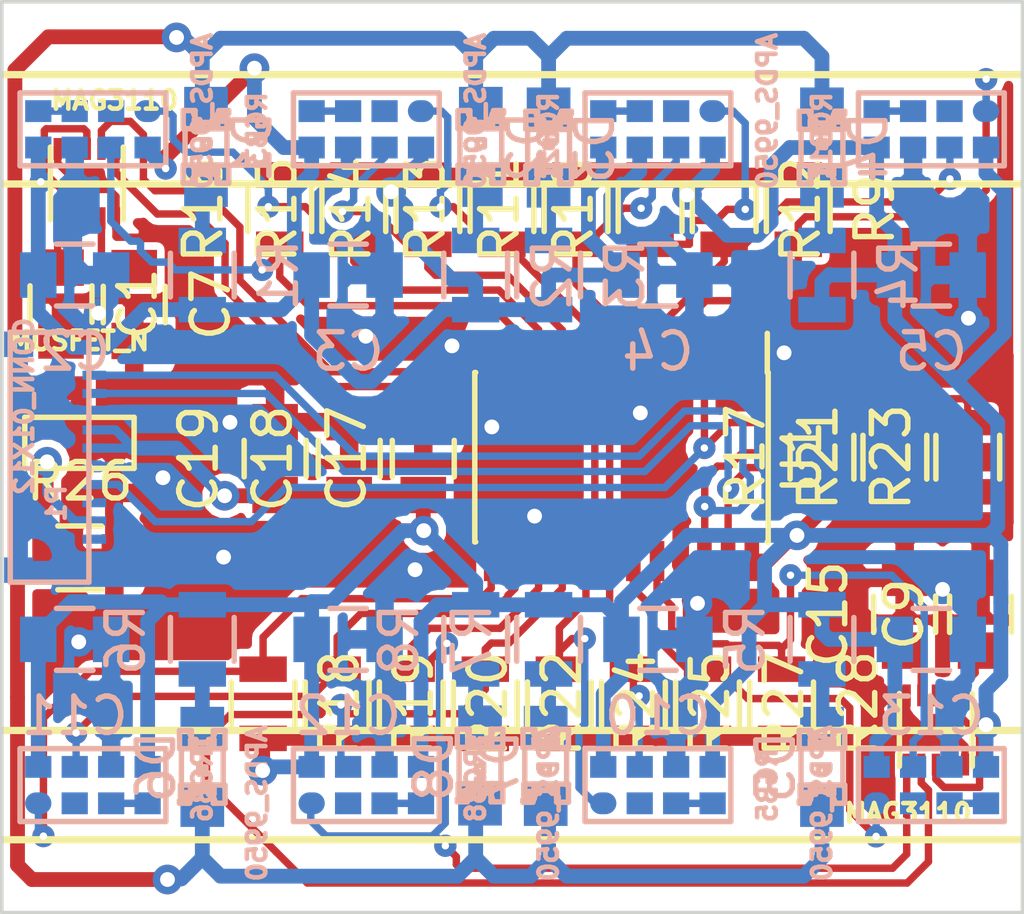
<source format=kicad_pcb>
(kicad_pcb (version 4) (host pcbnew "(2014-12-04 BZR 5312)-product")
  (layers (0 F.Cu signal) (31 B.Cu signal) (34 B.Paste user) (35 F.Paste user) (36 B.SilkS user hide) (37 F.SilkS user hide) (38 B.Mask user) (39 F.Mask user) (44 Edge.Cuts user))
  (net 0 "")
  (net 1 "Net-(C1-Pad1)")
  (net 2 GND)
  (net 3 +3.3V)
  (net 4 "Net-(C7-Pad1)")
  (net 5 "Net-(C9-Pad1)")
  (net 6 "Net-(C15-Pad1)")
  (net 7 "Net-(D1-Pad1)")
  (net 8 IR)
  (net 9 "Net-(D2-Pad1)")
  (net 10 "Net-(D3-Pad1)")
  (net 11 "Net-(D4-Pad1)")
  (net 12 "Net-(D5-Pad1)")
  (net 13 "Net-(D6-Pad1)")
  (net 14 "Net-(D7-Pad1)")
  (net 15 "Net-(D8-Pad1)")
  (net 16 SCL)
  (net 17 SDA)
  (net 18 RESET)
  (net 19 IR_CONTROLL)
  (net 20 SD_F1)
  (net 21 SD_F2)
  (net 22 SC_F2)
  (net 23 SC_F1)
  (net 24 SD_F3)
  (net 25 SC_F3)
  (net 26 SD_F4)
  (net 27 SC_F4)
  (net 28 SD_B1)
  (net 29 SC_B1)
  (net 30 SD_B2)
  (net 31 SC_B2)
  (net 32 SD_A1)
  (net 33 SC_A1)
  (net 34 SD_A2)
  (net 35 SC_A2)
  (net 36 "Net-(RGB1-Pad3)")
  (net 37 "Net-(RGB2-Pad3)")
  (net 38 "Net-(RGB3-Pad3)")
  (net 39 "Net-(RGB4-Pad3)")
  (net 40 "Net-(RGB5-Pad3)")
  (net 41 "Net-(RGB6-Pad3)")
  (net 42 "Net-(RGB7-Pad3)")
  (net 43 "Net-(RGB8-Pad3)")
  (module Resistors_SMD:R_0805 (layer B.Cu) (at 190.5 107.5 90)
    (fp_text reference R4 (at 0 2.1 90) (layer B.SilkS) (effects (justify mirror)))
    (fp_text value 330)
    (pad 1 smd rect (at -0.95 0 90) (size 0.7 1.3) (layers B.Cu B.Paste B.Mask) (net 3 +3.3V))
    (pad 2 smd rect (at 0.95 0 90) (size 0.7 1.3) (layers B.Cu B.Paste B.Mask) (net 11 "Net-(D4-Pad1)"))
  )
  (module Resistors_SMD:R_0805 (layer F.Cu) (at 183.753 105.7054 90)
    (fp_text reference R11 (at 0 -2.1 90) (layer F.SilkS))
    (fp_text value 330)
    (pad 1 smd rect (at -0.95 0 90) (size 0.7 1.3) (layers F.Cu F.Paste F.Mask) (net 22 SC_F2))
    (pad 2 smd rect (at 0.95 0 90) (size 0.7 1.3) (layers F.Cu F.Paste F.Mask) (net 3 +3.3V))
  )
  (module Housings_SSOP:TSSOP-24_4.4x7.8mm_Pitch0.65mm (layer F.Cu) (at 185 112.5 270)
    (fp_text reference U1 (at 0 -4.95 270) (layer F.SilkS))
    (fp_text value PCA9548A)
    (pad 1 smd rect (at -2.85 -3.575 270) (size 1.1 0.4) (layers F.Cu F.Paste F.Mask) (net 2 GND))
    (pad 2 smd rect (at -2.85 -2.925 270) (size 1.1 0.4) (layers F.Cu F.Paste F.Mask) (net 2 GND))
    (pad 3 smd rect (at -2.85 -2.275 270) (size 1.1 0.4) (layers F.Cu F.Paste F.Mask) (net 18 RESET))
    (pad 4 smd rect (at -2.85 -1.625 270) (size 1.1 0.4) (layers F.Cu F.Paste F.Mask) (net 20 SD_F1))
    (pad 5 smd rect (at -2.85 -0.975 270) (size 1.1 0.4) (layers F.Cu F.Paste F.Mask) (net 23 SC_F1))
    (pad 6 smd rect (at -2.85 -0.325 270) (size 1.1 0.4) (layers F.Cu F.Paste F.Mask) (net 21 SD_F2))
    (pad 7 smd rect (at -2.85 0.325 270) (size 1.1 0.4) (layers F.Cu F.Paste F.Mask) (net 22 SC_F2))
    (pad 8 smd rect (at -2.85 0.975 270) (size 1.1 0.4) (layers F.Cu F.Paste F.Mask) (net 24 SD_F3))
    (pad 9 smd rect (at -2.85 1.625 270) (size 1.1 0.4) (layers F.Cu F.Paste F.Mask) (net 25 SC_F3))
    (pad 10 smd rect (at -2.85 2.275 270) (size 1.1 0.4) (layers F.Cu F.Paste F.Mask) (net 26 SD_F4))
    (pad 11 smd rect (at -2.85 2.925 270) (size 1.1 0.4) (layers F.Cu F.Paste F.Mask) (net 27 SC_F4))
    (pad 12 smd rect (at -2.85 3.575 270) (size 1.1 0.4) (layers F.Cu F.Paste F.Mask) (net 2 GND))
    (pad 13 smd rect (at 2.85 3.575 270) (size 1.1 0.4) (layers F.Cu F.Paste F.Mask) (net 28 SD_B1))
    (pad 14 smd rect (at 2.85 2.925 270) (size 1.1 0.4) (layers F.Cu F.Paste F.Mask) (net 29 SC_B1))
    (pad 15 smd rect (at 2.85 2.275 270) (size 1.1 0.4) (layers F.Cu F.Paste F.Mask) (net 34 SD_A2))
    (pad 16 smd rect (at 2.85 1.625 270) (size 1.1 0.4) (layers F.Cu F.Paste F.Mask) (net 35 SC_A2))
    (pad 17 smd rect (at 2.85 0.975 270) (size 1.1 0.4) (layers F.Cu F.Paste F.Mask) (net 32 SD_A1))
    (pad 18 smd rect (at 2.85 0.325 270) (size 1.1 0.4) (layers F.Cu F.Paste F.Mask) (net 33 SC_A1))
    (pad 19 smd rect (at 2.85 -0.325 270) (size 1.1 0.4) (layers F.Cu F.Paste F.Mask) (net 30 SD_B2))
    (pad 20 smd rect (at 2.85 -0.975 270) (size 1.1 0.4) (layers F.Cu F.Paste F.Mask) (net 31 SC_B2))
    (pad 21 smd rect (at 2.85 -1.625 270) (size 1.1 0.4) (layers F.Cu F.Paste F.Mask) (net 2 GND))
    (pad 22 smd rect (at 2.85 -2.275 270) (size 1.1 0.4) (layers F.Cu F.Paste F.Mask) (net 16 SCL))
    (pad 23 smd rect (at 2.85 -2.925 270) (size 1.1 0.4) (layers F.Cu F.Paste F.Mask) (net 17 SDA))
    (pad 24 smd rect (at 2.85 -3.575 270) (size 1.1 0.4) (layers F.Cu F.Paste F.Mask) (net 3 +3.3V))
  )
  (module LEDs:LED-0805 (layer B.Cu) (at 173.60138 103.98252 90)
    (fp_text reference D1 (at 0 1.27 90) (layer B.SilkS) (effects (justify mirror)))
    (fp_text value LED)
    (pad 1 smd rect (at -1.04902 0 90) (size 1.19888 1.19888) (layers B.Cu B.Paste B.Mask) (net 7 "Net-(D1-Pad1)"))
    (pad 2 smd rect (at 1.04902 0 90) (size 1.19888 1.19888) (layers B.Cu B.Paste B.Mask) (net 8 IR))
  )
  (module LEDs:LED-0805 (layer B.Cu) (at 181.1401 103.98252 90)
    (fp_text reference D2 (at 0 1.27 90) (layer B.SilkS) (effects (justify mirror)))
    (fp_text value LED)
    (pad 1 smd rect (at -1.04902 0 90) (size 1.19888 1.19888) (layers B.Cu B.Paste B.Mask) (net 9 "Net-(D2-Pad1)"))
    (pad 2 smd rect (at 1.04902 0 90) (size 1.19888 1.19888) (layers B.Cu B.Paste B.Mask) (net 8 IR))
  )
  (module LEDs:LED-0805 (layer B.Cu) (at 183 104 90)
    (fp_text reference D3 (at 0 1.27 90) (layer B.SilkS) (effects (justify mirror)))
    (fp_text value LED)
    (pad 1 smd rect (at -1.04902 0 90) (size 1.19888 1.19888) (layers B.Cu B.Paste B.Mask) (net 10 "Net-(D3-Pad1)"))
    (pad 2 smd rect (at 1.04902 0 90) (size 1.19888 1.19888) (layers B.Cu B.Paste B.Mask) (net 8 IR))
  )
  (module LEDs:LED-0805 (layer B.Cu) (at 190.5 104 90)
    (fp_text reference D4 (at 0 1.27 90) (layer B.SilkS) (effects (justify mirror)))
    (fp_text value LED)
    (pad 1 smd rect (at -1.04902 0 90) (size 1.19888 1.19888) (layers B.Cu B.Paste B.Mask) (net 11 "Net-(D4-Pad1)"))
    (pad 2 smd rect (at 1.04902 0 90) (size 1.19888 1.19888) (layers B.Cu B.Paste B.Mask) (net 8 IR))
  )
  (module LEDs:LED-0805 (layer B.Cu) (at 190.5 121 270)
    (fp_text reference D5 (at 0 1.27 270) (layer B.SilkS) (effects (justify mirror)))
    (fp_text value LED)
    (pad 1 smd rect (at -1.04902 0 270) (size 1.19888 1.19888) (layers B.Cu B.Paste B.Mask) (net 12 "Net-(D5-Pad1)"))
    (pad 2 smd rect (at 1.04902 0 270) (size 1.19888 1.19888) (layers B.Cu B.Paste B.Mask) (net 8 IR))
  )
  (module LEDs:LED-0805 (layer B.Cu) (at 173.5 121 270)
    (fp_text reference D6 (at 0 1.27 270) (layer B.SilkS) (effects (justify mirror)))
    (fp_text value LED)
    (pad 1 smd rect (at -1.04902 0 270) (size 1.19888 1.19888) (layers B.Cu B.Paste B.Mask) (net 13 "Net-(D6-Pad1)"))
    (pad 2 smd rect (at 1.04902 0 270) (size 1.19888 1.19888) (layers B.Cu B.Paste B.Mask) (net 8 IR))
  )
  (module LEDs:LED-0805 (layer B.Cu) (at 182.92064 120.97258 270)
    (fp_text reference D7 (at 0 1.27 270) (layer B.SilkS) (effects (justify mirror)))
    (fp_text value LED)
    (pad 1 smd rect (at -1.04902 0 270) (size 1.19888 1.19888) (layers B.Cu B.Paste B.Mask) (net 14 "Net-(D7-Pad1)"))
    (pad 2 smd rect (at 1.04902 0 270) (size 1.19888 1.19888) (layers B.Cu B.Paste B.Mask) (net 8 IR))
  )
  (module LEDs:LED-0805 (layer B.Cu) (at 181.11978 120.96242 270)
    (fp_text reference D8 (at 0 1.27 270) (layer B.SilkS) (effects (justify mirror)))
    (fp_text value LED)
    (pad 1 smd rect (at -1.04902 0 270) (size 1.19888 1.19888) (layers B.Cu B.Paste B.Mask) (net 15 "Net-(D8-Pad1)"))
    (pad 2 smd rect (at 1.04902 0 270) (size 1.19888 1.19888) (layers B.Cu B.Paste B.Mask) (net 8 IR))
  )
  (module Swarm:FFC_10way (layer B.Cu) (at 169.5 112.5 90)
    (fp_text reference P1 (at -1.27 0 90) (layer B.SilkS) (effects (font (size 0.5 0.5) (thickness 0.125)) (justify mirror)))
    (fp_text value CONN_01X12 (at 1.397 -0.889 90) (layer B.SilkS) (effects (font (size 0.5 0.5) (thickness 0.125)) (justify mirror)))
    (pad 1 smd rect (at -2.25 1.0375 90) (size 0.25 0.65) (layers B.Cu B.Paste B.Mask))
    (pad 2 smd rect (at -1.75 1.0375 90) (size 0.25 0.65) (layers B.Cu B.Paste B.Mask) (net 19 IR_CONTROLL))
    (pad 3 smd rect (at -1.25 1.0375 90) (size 0.25 0.65) (layers B.Cu B.Paste B.Mask))
    (pad 4 smd rect (at -0.75 1.0375 90) (size 0.25 0.65) (layers B.Cu B.Paste B.Mask) (net 18 RESET))
    (pad 5 smd rect (at -0.25 1.0375 90) (size 0.25 0.65) (layers B.Cu B.Paste B.Mask) (net 2 GND))
    (pad 6 smd rect (at 0.25 1.0375 90) (size 0.25 0.65) (layers B.Cu B.Paste B.Mask) (net 3 +3.3V))
    (pad 7 smd rect (at 0.75 1.0375 90) (size 0.25 0.65) (layers B.Cu B.Paste B.Mask) (net 3 +3.3V))
    (pad 8 smd rect (at 1.25 1.0375 90) (size 0.25 0.65) (layers B.Cu B.Paste B.Mask) (net 2 GND))
    (pad 9 smd rect (at 1.75 1.0375 90) (size 0.25 0.65) (layers B.Cu B.Paste B.Mask) (net 17 SDA))
    (pad 10 smd rect (at 2.25 1.0375 90) (size 0.25 0.65) (layers B.Cu B.Paste B.Mask) (net 16 SCL))
    (pad 11 smd rect (at -3.1 -1.0375 90) (size 0.7 0.8) (layers B.Cu B.Paste B.Mask) (net 2 GND))
    (pad 12 smd rect (at 3.1 -1.0375 90) (size 0.7 0.8) (layers B.Cu B.Paste B.Mask) (net 2 GND))
  )
  (module Swarm:SOT-23 (layer F.Cu) (at 170.1292 112.10544)
    (fp_text reference Q1 hide)
    (fp_text value MOSFET_N (at 0 -2.8) (layer F.SilkS) (effects (font (size 0.508 0.508) (thickness 0.127))))
    (pad D smd rect (at 0 -1.375) (size 0.48 0.9) (layers F.Cu F.Paste F.Mask) (net 8 IR))
    (pad G smd rect (at -0.95 1.375) (size 0.48 0.9) (layers F.Cu F.Paste F.Mask) (net 19 IR_CONTROLL))
    (pad S smd rect (at 0.95 1.375) (size 0.48 0.9) (layers F.Cu F.Paste F.Mask) (net 2 GND))
  )
  (module Swarm:RGB_LED (layer B.Cu) (at 193.5 103.5 90)
    (fp_text reference RGB1 (at 0 -3 90) (layer B.SilkS) (effects (font (size 0.508 0.508) (thickness 0.127)) (justify mirror)))
    (fp_text value APDS_9950 (at 0.5 3 90) (layer B.SilkS) (effects (font (size 0.508 0.508) (thickness 0.127)) (justify mirror)))
    (pad 1 smd oval (at 0.5 1.5 90) (size 0.6 0.72) (layers B.Cu B.Paste B.Mask) (net 20 SD_F1))
    (pad 2 smd rect (at 0.5 0.5 90) (size 0.6 0.72) (layers B.Cu B.Paste B.Mask))
    (pad 3 smd rect (at 0.5 -0.5 90) (size 0.6 0.72) (layers B.Cu B.Paste B.Mask) (net 36 "Net-(RGB1-Pad3)"))
    (pad 4 smd rect (at 0.5 -1.5 90) (size 0.6 0.72) (layers B.Cu B.Paste B.Mask) (net 36 "Net-(RGB1-Pad3)"))
    (pad 5 smd rect (at -0.5 -1.5 90) (size 0.6 0.72) (layers B.Cu B.Paste B.Mask) (net 3 +3.3V))
    (pad 6 smd rect (at -0.5 -0.5 90) (size 0.6 0.72) (layers B.Cu B.Paste B.Mask) (net 2 GND))
    (pad 7 smd rect (at -0.5 0.5 90) (size 0.6 0.72) (layers B.Cu B.Paste B.Mask) (net 23 SC_F1))
    (pad 8 smd rect (at -0.5 1.5 90) (size 0.6 0.72) (layers B.Cu B.Paste B.Mask) (net 3 +3.3V))
  )
  (module Swarm:RGB_LED (layer B.Cu) (at 186 103.5 90)
    (fp_text reference RGB2 (at 0 -3 90) (layer B.SilkS) (effects (font (size 0.508 0.508) (thickness 0.127)) (justify mirror)))
    (fp_text value APDS_9950 (at 0.5 3 90) (layer B.SilkS) (effects (font (size 0.508 0.508) (thickness 0.127)) (justify mirror)))
    (pad 1 smd oval (at 0.5 1.5 90) (size 0.6 0.72) (layers B.Cu B.Paste B.Mask) (net 21 SD_F2))
    (pad 2 smd rect (at 0.5 0.5 90) (size 0.6 0.72) (layers B.Cu B.Paste B.Mask))
    (pad 3 smd rect (at 0.5 -0.5 90) (size 0.6 0.72) (layers B.Cu B.Paste B.Mask) (net 37 "Net-(RGB2-Pad3)"))
    (pad 4 smd rect (at 0.5 -1.5 90) (size 0.6 0.72) (layers B.Cu B.Paste B.Mask) (net 37 "Net-(RGB2-Pad3)"))
    (pad 5 smd rect (at -0.5 -1.5 90) (size 0.6 0.72) (layers B.Cu B.Paste B.Mask) (net 3 +3.3V))
    (pad 6 smd rect (at -0.5 -0.5 90) (size 0.6 0.72) (layers B.Cu B.Paste B.Mask) (net 2 GND))
    (pad 7 smd rect (at -0.5 0.5 90) (size 0.6 0.72) (layers B.Cu B.Paste B.Mask) (net 22 SC_F2))
    (pad 8 smd rect (at -0.5 1.5 90) (size 0.6 0.72) (layers B.Cu B.Paste B.Mask) (net 3 +3.3V))
  )
  (module Swarm:RGB_LED (layer B.Cu) (at 178 103.5 90)
    (fp_text reference RGB3 (at 0 -3 90) (layer B.SilkS) (effects (font (size 0.508 0.508) (thickness 0.127)) (justify mirror)))
    (fp_text value APDS_9950 (at 0.5 3 90) (layer B.SilkS) (effects (font (size 0.508 0.508) (thickness 0.127)) (justify mirror)))
    (pad 1 smd oval (at 0.5 1.5 90) (size 0.6 0.72) (layers B.Cu B.Paste B.Mask) (net 24 SD_F3))
    (pad 2 smd rect (at 0.5 0.5 90) (size 0.6 0.72) (layers B.Cu B.Paste B.Mask))
    (pad 3 smd rect (at 0.5 -0.5 90) (size 0.6 0.72) (layers B.Cu B.Paste B.Mask) (net 38 "Net-(RGB3-Pad3)"))
    (pad 4 smd rect (at 0.5 -1.5 90) (size 0.6 0.72) (layers B.Cu B.Paste B.Mask) (net 38 "Net-(RGB3-Pad3)"))
    (pad 5 smd rect (at -0.5 -1.5 90) (size 0.6 0.72) (layers B.Cu B.Paste B.Mask) (net 3 +3.3V))
    (pad 6 smd rect (at -0.5 -0.5 90) (size 0.6 0.72) (layers B.Cu B.Paste B.Mask) (net 2 GND))
    (pad 7 smd rect (at -0.5 0.5 90) (size 0.6 0.72) (layers B.Cu B.Paste B.Mask) (net 25 SC_F3))
    (pad 8 smd rect (at -0.5 1.5 90) (size 0.6 0.72) (layers B.Cu B.Paste B.Mask) (net 3 +3.3V))
  )
  (module Swarm:RGB_LED (layer B.Cu) (at 170.5 103.5 90)
    (fp_text reference RGB4 (at 0 -3 90) (layer B.SilkS) (effects (font (size 0.508 0.508) (thickness 0.127)) (justify mirror)))
    (fp_text value APDS_9950 (at 0.5 3 90) (layer B.SilkS) (effects (font (size 0.508 0.508) (thickness 0.127)) (justify mirror)))
    (pad 1 smd oval (at 0.5 1.5 90) (size 0.6 0.72) (layers B.Cu B.Paste B.Mask) (net 26 SD_F4))
    (pad 2 smd rect (at 0.5 0.5 90) (size 0.6 0.72) (layers B.Cu B.Paste B.Mask))
    (pad 3 smd rect (at 0.5 -0.5 90) (size 0.6 0.72) (layers B.Cu B.Paste B.Mask) (net 39 "Net-(RGB4-Pad3)"))
    (pad 4 smd rect (at 0.5 -1.5 90) (size 0.6 0.72) (layers B.Cu B.Paste B.Mask) (net 39 "Net-(RGB4-Pad3)"))
    (pad 5 smd rect (at -0.5 -1.5 90) (size 0.6 0.72) (layers B.Cu B.Paste B.Mask) (net 3 +3.3V))
    (pad 6 smd rect (at -0.5 -0.5 90) (size 0.6 0.72) (layers B.Cu B.Paste B.Mask) (net 2 GND))
    (pad 7 smd rect (at -0.5 0.5 90) (size 0.6 0.72) (layers B.Cu B.Paste B.Mask) (net 27 SC_F4))
    (pad 8 smd rect (at -0.5 1.5 90) (size 0.6 0.72) (layers B.Cu B.Paste B.Mask) (net 3 +3.3V))
  )
  (module Swarm:RGB_LED (layer B.Cu) (at 186 121.5 270)
    (fp_text reference RGB5 (at 0 -3 270) (layer B.SilkS) (effects (font (size 0.508 0.508) (thickness 0.127)) (justify mirror)))
    (fp_text value APDS_9950 (at 0.5 3 270) (layer B.SilkS) (effects (font (size 0.508 0.508) (thickness 0.127)) (justify mirror)))
    (pad 1 smd oval (at 0.5 1.5 270) (size 0.6 0.72) (layers B.Cu B.Paste B.Mask) (net 32 SD_A1))
    (pad 2 smd rect (at 0.5 0.5 270) (size 0.6 0.72) (layers B.Cu B.Paste B.Mask))
    (pad 3 smd rect (at 0.5 -0.5 270) (size 0.6 0.72) (layers B.Cu B.Paste B.Mask) (net 40 "Net-(RGB5-Pad3)"))
    (pad 4 smd rect (at 0.5 -1.5 270) (size 0.6 0.72) (layers B.Cu B.Paste B.Mask) (net 40 "Net-(RGB5-Pad3)"))
    (pad 5 smd rect (at -0.5 -1.5 270) (size 0.6 0.72) (layers B.Cu B.Paste B.Mask) (net 3 +3.3V))
    (pad 6 smd rect (at -0.5 -0.5 270) (size 0.6 0.72) (layers B.Cu B.Paste B.Mask) (net 2 GND))
    (pad 7 smd rect (at -0.5 0.5 270) (size 0.6 0.72) (layers B.Cu B.Paste B.Mask) (net 33 SC_A1))
    (pad 8 smd rect (at -0.5 1.5 270) (size 0.6 0.72) (layers B.Cu B.Paste B.Mask) (net 3 +3.3V))
  )
  (module Swarm:RGB_LED (layer B.Cu) (at 170.5 121.5 270)
    (fp_text reference RGB6 (at 0 -3 270) (layer B.SilkS) (effects (font (size 0.508 0.508) (thickness 0.127)) (justify mirror)))
    (fp_text value APDS_9950 (at 0.5 3 270) (layer B.SilkS) (effects (font (size 0.508 0.508) (thickness 0.127)) (justify mirror)))
    (pad 1 smd oval (at 0.5 1.5 270) (size 0.6 0.72) (layers B.Cu B.Paste B.Mask) (net 28 SD_B1))
    (pad 2 smd rect (at 0.5 0.5 270) (size 0.6 0.72) (layers B.Cu B.Paste B.Mask))
    (pad 3 smd rect (at 0.5 -0.5 270) (size 0.6 0.72) (layers B.Cu B.Paste B.Mask) (net 41 "Net-(RGB6-Pad3)"))
    (pad 4 smd rect (at 0.5 -1.5 270) (size 0.6 0.72) (layers B.Cu B.Paste B.Mask) (net 41 "Net-(RGB6-Pad3)"))
    (pad 5 smd rect (at -0.5 -1.5 270) (size 0.6 0.72) (layers B.Cu B.Paste B.Mask) (net 3 +3.3V))
    (pad 6 smd rect (at -0.5 -0.5 270) (size 0.6 0.72) (layers B.Cu B.Paste B.Mask) (net 2 GND))
    (pad 7 smd rect (at -0.5 0.5 270) (size 0.6 0.72) (layers B.Cu B.Paste B.Mask) (net 29 SC_B1))
    (pad 8 smd rect (at -0.5 1.5 270) (size 0.6 0.72) (layers B.Cu B.Paste B.Mask) (net 3 +3.3V))
  )
  (module Swarm:RGB_LED (layer B.Cu) (at 193.5 121.5 270)
    (fp_text reference RGB7 (at 0 -3 270) (layer B.SilkS) (effects (font (size 0.508 0.508) (thickness 0.127)) (justify mirror)))
    (fp_text value APDS_9950 (at 0.5 3 270) (layer B.SilkS) (effects (font (size 0.508 0.508) (thickness 0.127)) (justify mirror)))
    (pad 1 smd oval (at 0.5 1.5 270) (size 0.6 0.72) (layers B.Cu B.Paste B.Mask) (net 30 SD_B2))
    (pad 2 smd rect (at 0.5 0.5 270) (size 0.6 0.72) (layers B.Cu B.Paste B.Mask))
    (pad 3 smd rect (at 0.5 -0.5 270) (size 0.6 0.72) (layers B.Cu B.Paste B.Mask) (net 42 "Net-(RGB7-Pad3)"))
    (pad 4 smd rect (at 0.5 -1.5 270) (size 0.6 0.72) (layers B.Cu B.Paste B.Mask) (net 42 "Net-(RGB7-Pad3)"))
    (pad 5 smd rect (at -0.5 -1.5 270) (size 0.6 0.72) (layers B.Cu B.Paste B.Mask) (net 3 +3.3V))
    (pad 6 smd rect (at -0.5 -0.5 270) (size 0.6 0.72) (layers B.Cu B.Paste B.Mask) (net 2 GND))
    (pad 7 smd rect (at -0.5 0.5 270) (size 0.6 0.72) (layers B.Cu B.Paste B.Mask) (net 31 SC_B2))
    (pad 8 smd rect (at -0.5 1.5 270) (size 0.6 0.72) (layers B.Cu B.Paste B.Mask) (net 3 +3.3V))
  )
  (module Swarm:RGB_LED (layer B.Cu) (at 178 121.5 270)
    (fp_text reference RGB8 (at 0 -3 270) (layer B.SilkS) (effects (font (size 0.508 0.508) (thickness 0.127)) (justify mirror)))
    (fp_text value APDS_9950 (at 0.5 3 270) (layer B.SilkS) (effects (font (size 0.508 0.508) (thickness 0.127)) (justify mirror)))
    (pad 1 smd oval (at 0.5 1.5 270) (size 0.6 0.72) (layers B.Cu B.Paste B.Mask) (net 34 SD_A2))
    (pad 2 smd rect (at 0.5 0.5 270) (size 0.6 0.72) (layers B.Cu B.Paste B.Mask))
    (pad 3 smd rect (at 0.5 -0.5 270) (size 0.6 0.72) (layers B.Cu B.Paste B.Mask) (net 43 "Net-(RGB8-Pad3)"))
    (pad 4 smd rect (at 0.5 -1.5 270) (size 0.6 0.72) (layers B.Cu B.Paste B.Mask) (net 43 "Net-(RGB8-Pad3)"))
    (pad 5 smd rect (at -0.5 -1.5 270) (size 0.6 0.72) (layers B.Cu B.Paste B.Mask) (net 3 +3.3V))
    (pad 6 smd rect (at -0.5 -0.5 270) (size 0.6 0.72) (layers B.Cu B.Paste B.Mask) (net 2 GND))
    (pad 7 smd rect (at -0.5 0.5 270) (size 0.6 0.72) (layers B.Cu B.Paste B.Mask) (net 35 SC_A2))
    (pad 8 smd rect (at -0.5 1.5 270) (size 0.6 0.72) (layers B.Cu B.Paste B.Mask) (net 3 +3.3V))
  )
  (module Swarm:2154-02 (layer F.Cu) (at 170.3324 104.98836)
    (fp_text reference SENZ1 hide)
    (fp_text value MAG3110 (at 0.762 -2.286) (layer F.SilkS) (effects (font (size 0.508 0.508) (thickness 0.127))))
    (pad 1 smd oval (at -0.8 0.95) (size 0.225 0.6) (layers F.Cu F.Paste F.Mask) (net 1 "Net-(C1-Pad1)"))
    (pad 2 smd rect (at -0.4 0.95) (size 0.225 0.6) (layers F.Cu F.Paste F.Mask) (net 3 +3.3V))
    (pad 3 smd rect (at 0 0.95) (size 0.225 0.6) (layers F.Cu F.Paste F.Mask))
    (pad 4 smd rect (at 0.4 0.95) (size 0.225 0.6) (layers F.Cu F.Paste F.Mask) (net 4 "Net-(C7-Pad1)"))
    (pad 5 smd rect (at 0.8 0.95) (size 0.225 0.6) (layers F.Cu F.Paste F.Mask) (net 2 GND))
    (pad 6 smd rect (at 0.8 -0.95) (size 0.225 0.6) (layers F.Cu F.Paste F.Mask) (net 32 SD_A1))
    (pad 7 smd rect (at 0.4 -0.95) (size 0.225 0.6) (layers F.Cu F.Paste F.Mask) (net 33 SC_A1))
    (pad 8 smd rect (at 0 -0.95) (size 0.225 0.6) (layers F.Cu F.Paste F.Mask) (net 3 +3.3V))
    (pad 9 smd rect (at -0.4 -0.95) (size 0.225 0.6) (layers F.Cu F.Paste F.Mask))
    (pad 10 smd rect (at -0.8 -0.95) (size 0.225 0.6) (layers F.Cu F.Paste F.Mask) (net 2 GND))
  )
  (module Swarm:2154-02 (layer F.Cu) (at 193.6242 119.98706 180)
    (fp_text reference SENZ2 hide)
    (fp_text value MAG3110 (at 0.762 -2.286 180) (layer F.SilkS) (effects (font (size 0.508 0.508) (thickness 0.127))))
    (pad 1 smd oval (at -0.8 0.95 180) (size 0.225 0.6) (layers F.Cu F.Paste F.Mask) (net 5 "Net-(C9-Pad1)"))
    (pad 2 smd rect (at -0.4 0.95 180) (size 0.225 0.6) (layers F.Cu F.Paste F.Mask) (net 3 +3.3V))
    (pad 3 smd rect (at 0 0.95 180) (size 0.225 0.6) (layers F.Cu F.Paste F.Mask))
    (pad 4 smd rect (at 0.4 0.95 180) (size 0.225 0.6) (layers F.Cu F.Paste F.Mask) (net 6 "Net-(C15-Pad1)"))
    (pad 5 smd rect (at 0.8 0.95 180) (size 0.225 0.6) (layers F.Cu F.Paste F.Mask) (net 2 GND))
    (pad 6 smd rect (at 0.8 -0.95 180) (size 0.225 0.6) (layers F.Cu F.Paste F.Mask) (net 34 SD_A2))
    (pad 7 smd rect (at 0.4 -0.95 180) (size 0.225 0.6) (layers F.Cu F.Paste F.Mask) (net 35 SC_A2) (clearance 0.1016))
    (pad 8 smd rect (at 0 -0.95 180) (size 0.225 0.6) (layers F.Cu F.Paste F.Mask) (net 3 +3.3V))
    (pad 9 smd rect (at -0.4 -0.95 180) (size 0.225 0.6) (layers F.Cu F.Paste F.Mask))
    (pad 10 smd rect (at -0.8 -0.95 180) (size 0.225 0.6) (layers F.Cu F.Paste F.Mask) (net 2 GND))
  )
  (module Capacitors_SMD:C_0805 (layer F.Cu) (at 169.62374 108.29544 270)
    (fp_text reference C1 (at 0 -2.1 270) (layer F.SilkS))
    (fp_text value 100n)
    (pad 1 smd rect (at -1 0 270) (size 1 1.25) (layers F.Cu F.Paste F.Mask) (net 1 "Net-(C1-Pad1)"))
    (pad 2 smd rect (at 1 0 270) (size 1 1.25) (layers F.Cu F.Paste F.Mask) (net 2 GND))
  )
  (module Capacitors_SMD:C_0805 (layer B.Cu) (at 170 107.5)
    (fp_text reference C2 (at 0 2.1) (layer B.SilkS) (effects (justify mirror)))
    (fp_text value 100n)
    (pad 1 smd rect (at -1 0) (size 1 1.25) (layers B.Cu B.Paste B.Mask) (net 3 +3.3V))
    (pad 2 smd rect (at 1 0) (size 1 1.25) (layers B.Cu B.Paste B.Mask) (net 2 GND))
  )
  (module Capacitors_SMD:C_0805 (layer B.Cu) (at 177.5 107.5)
    (fp_text reference C3 (at 0 2.1) (layer B.SilkS) (effects (justify mirror)))
    (fp_text value 100n)
    (pad 1 smd rect (at -1 0) (size 1 1.25) (layers B.Cu B.Paste B.Mask) (net 3 +3.3V))
    (pad 2 smd rect (at 1 0) (size 1 1.25) (layers B.Cu B.Paste B.Mask) (net 2 GND))
  )
  (module Capacitors_SMD:C_0805 (layer B.Cu) (at 186 107.5)
    (fp_text reference C4 (at 0 2.1) (layer B.SilkS) (effects (justify mirror)))
    (fp_text value 100n)
    (pad 1 smd rect (at -1 0) (size 1 1.25) (layers B.Cu B.Paste B.Mask) (net 3 +3.3V))
    (pad 2 smd rect (at 1 0) (size 1 1.25) (layers B.Cu B.Paste B.Mask) (net 2 GND))
  )
  (module Capacitors_SMD:C_0805 (layer B.Cu) (at 193.5 107.5)
    (fp_text reference C5 (at 0 2.1) (layer B.SilkS) (effects (justify mirror)))
    (fp_text value 100n)
    (pad 1 smd rect (at -1 0) (size 1 1.25) (layers B.Cu B.Paste B.Mask) (net 3 +3.3V))
    (pad 2 smd rect (at 1 0) (size 1 1.25) (layers B.Cu B.Paste B.Mask) (net 2 GND))
  )
  (module Capacitors_SMD:C_0805 (layer F.Cu) (at 171.63288 108.30814 270)
    (fp_text reference C7 (at 0 -2.1 270) (layer F.SilkS))
    (fp_text value 100n)
    (pad 1 smd rect (at -1 0 270) (size 1 1.25) (layers F.Cu F.Paste F.Mask) (net 4 "Net-(C7-Pad1)"))
    (pad 2 smd rect (at 1 0 270) (size 1 1.25) (layers F.Cu F.Paste F.Mask) (net 2 GND))
  )
  (module Capacitors_SMD:C_0805 (layer F.Cu) (at 194.85102 116.80952 90)
    (fp_text reference C9 (at 0 -2.1 90) (layer F.SilkS))
    (fp_text value 100n)
    (pad 1 smd rect (at -1 0 90) (size 1 1.25) (layers F.Cu F.Paste F.Mask) (net 5 "Net-(C9-Pad1)"))
    (pad 2 smd rect (at 1 0 90) (size 1 1.25) (layers F.Cu F.Paste F.Mask) (net 2 GND))
  )
  (module Capacitors_SMD:C_0805 (layer B.Cu) (at 186 117.5)
    (fp_text reference C10 (at 0 2.1) (layer B.SilkS) (effects (justify mirror)))
    (fp_text value 100nv)
    (pad 1 smd rect (at -1 0) (size 1 1.25) (layers B.Cu B.Paste B.Mask) (net 3 +3.3V))
    (pad 2 smd rect (at 1 0) (size 1 1.25) (layers B.Cu B.Paste B.Mask) (net 2 GND))
  )
  (module Capacitors_SMD:C_0805 (layer B.Cu) (at 170 117.5)
    (fp_text reference C11 (at 0 2.1) (layer B.SilkS) (effects (justify mirror)))
    (fp_text value 100n)
    (pad 1 smd rect (at -1 0) (size 1 1.25) (layers B.Cu B.Paste B.Mask) (net 3 +3.3V))
    (pad 2 smd rect (at 1 0) (size 1 1.25) (layers B.Cu B.Paste B.Mask) (net 2 GND))
  )
  (module Capacitors_SMD:C_0805 (layer B.Cu) (at 177.5 117.5)
    (fp_text reference C12 (at 0 2.1) (layer B.SilkS) (effects (justify mirror)))
    (fp_text value 100n)
    (pad 1 smd rect (at -1 0) (size 1 1.25) (layers B.Cu B.Paste B.Mask) (net 3 +3.3V))
    (pad 2 smd rect (at 1 0) (size 1 1.25) (layers B.Cu B.Paste B.Mask) (net 2 GND))
  )
  (module Capacitors_SMD:C_0805 (layer B.Cu) (at 193.5 117.5)
    (fp_text reference C13 (at 0 2.1) (layer B.SilkS) (effects (justify mirror)))
    (fp_text value 100n)
    (pad 1 smd rect (at -1 0) (size 1 1.25) (layers B.Cu B.Paste B.Mask) (net 3 +3.3V))
    (pad 2 smd rect (at 1 0) (size 1 1.25) (layers B.Cu B.Paste B.Mask) (net 2 GND))
  )
  (module Capacitors_SMD:C_0805 (layer F.Cu) (at 192.76822 116.80952 90)
    (fp_text reference C15 (at 0 -2.1 90) (layer F.SilkS))
    (fp_text value 100n)
    (pad 1 smd rect (at -1 0 90) (size 1 1.25) (layers F.Cu F.Paste F.Mask) (net 6 "Net-(C15-Pad1)"))
    (pad 2 smd rect (at 1 0 90) (size 1 1.25) (layers F.Cu F.Paste F.Mask) (net 2 GND))
  )
  (module Capacitors_SMD:C_0805 (layer F.Cu) (at 179.562 112.538 90)
    (fp_text reference C17 (at 0 -2.1 90) (layer F.SilkS))
    (fp_text value 1u)
    (pad 1 smd rect (at -1 0 90) (size 1 1.25) (layers F.Cu F.Paste F.Mask) (net 3 +3.3V))
    (pad 2 smd rect (at 1 0 90) (size 1 1.25) (layers F.Cu F.Paste F.Mask) (net 2 GND))
  )
  (module Capacitors_SMD:C_0805 (layer F.Cu) (at 177.53 112.538 90)
    (fp_text reference C18 (at 0 -2.1 90) (layer F.SilkS))
    (fp_text value 1u)
    (pad 1 smd rect (at -1 0 90) (size 1 1.25) (layers F.Cu F.Paste F.Mask) (net 3 +3.3V))
    (pad 2 smd rect (at 1 0 90) (size 1 1.25) (layers F.Cu F.Paste F.Mask) (net 2 GND))
  )
  (module Capacitors_SMD:C_0805 (layer F.Cu) (at 175.498 112.538 90)
    (fp_text reference C19 (at 0 -2.1 90) (layer F.SilkS))
    (fp_text value 100n)
    (pad 1 smd rect (at -1 0 90) (size 1 1.25) (layers F.Cu F.Paste F.Mask) (net 3 +3.3V))
    (pad 2 smd rect (at 1 0 90) (size 1 1.25) (layers F.Cu F.Paste F.Mask) (net 2 GND))
  )
  (module Resistors_SMD:R_0805 (layer B.Cu) (at 173.5 107.5 90)
    (fp_text reference R1 (at 0 2.1 90) (layer B.SilkS) (effects (justify mirror)))
    (fp_text value 330)
    (pad 1 smd rect (at -0.95 0 90) (size 0.7 1.3) (layers B.Cu B.Paste B.Mask) (net 3 +3.3V))
    (pad 2 smd rect (at 0.95 0 90) (size 0.7 1.3) (layers B.Cu B.Paste B.Mask) (net 7 "Net-(D1-Pad1)"))
  )
  (module Resistors_SMD:R_0805 (layer B.Cu) (at 181 107.5 90)
    (fp_text reference R2 (at 0 2.1 90) (layer B.SilkS) (effects (justify mirror)))
    (fp_text value 330)
    (pad 1 smd rect (at -0.95 0 90) (size 0.7 1.3) (layers B.Cu B.Paste B.Mask) (net 3 +3.3V))
    (pad 2 smd rect (at 0.95 0 90) (size 0.7 1.3) (layers B.Cu B.Paste B.Mask) (net 9 "Net-(D2-Pad1)"))
  )
  (module Resistors_SMD:R_0805 (layer B.Cu) (at 183 107.5 90)
    (fp_text reference R3 (at 0 2.1 90) (layer B.SilkS) (effects (justify mirror)))
    (fp_text value 330)
    (pad 1 smd rect (at -0.95 0 90) (size 0.7 1.3) (layers B.Cu B.Paste B.Mask) (net 3 +3.3V))
    (pad 2 smd rect (at 0.95 0 90) (size 0.7 1.3) (layers B.Cu B.Paste B.Mask) (net 10 "Net-(D3-Pad1)"))
  )
  (module Resistors_SMD:R_0805 (layer B.Cu) (at 190.5 117.5 270)
    (fp_text reference R5 (at 0 2.1 270) (layer B.SilkS) (effects (justify mirror)))
    (fp_text value 330)
    (pad 1 smd rect (at -0.95 0 270) (size 0.7 1.3) (layers B.Cu B.Paste B.Mask) (net 3 +3.3V))
    (pad 2 smd rect (at 0.95 0 270) (size 0.7 1.3) (layers B.Cu B.Paste B.Mask) (net 12 "Net-(D5-Pad1)"))
  )
  (module Resistors_SMD:R_0805 (layer B.Cu) (at 173.5 117.5 270)
    (fp_text reference R6 (at 0 2.1 270) (layer B.SilkS) (effects (justify mirror)))
    (fp_text value 330)
    (pad 1 smd rect (at -0.95 0 270) (size 0.7 1.3) (layers B.Cu B.Paste B.Mask) (net 3 +3.3V))
    (pad 2 smd rect (at 0.95 0 270) (size 0.7 1.3) (layers B.Cu B.Paste B.Mask) (net 13 "Net-(D6-Pad1)"))
  )
  (module Resistors_SMD:R_0805 (layer B.Cu) (at 183 117.5 270)
    (fp_text reference R7 (at 0 2.1 270) (layer B.SilkS) (effects (justify mirror)))
    (fp_text value 330)
    (pad 1 smd rect (at -0.95 0 270) (size 0.7 1.3) (layers B.Cu B.Paste B.Mask) (net 3 +3.3V))
    (pad 2 smd rect (at 0.95 0 270) (size 0.7 1.3) (layers B.Cu B.Paste B.Mask) (net 14 "Net-(D7-Pad1)"))
  )
  (module Resistors_SMD:R_0805 (layer B.Cu) (at 181 117.5 270)
    (fp_text reference R8 (at 0 2.1 270) (layer B.SilkS) (effects (justify mirror)))
    (fp_text value 330)
    (pad 1 smd rect (at -0.95 0 270) (size 0.7 1.3) (layers B.Cu B.Paste B.Mask) (net 3 +3.3V))
    (pad 2 smd rect (at 0.95 0 270) (size 0.7 1.3) (layers B.Cu B.Paste B.Mask) (net 15 "Net-(D8-Pad1)"))
  )
  (module Resistors_SMD:R_0805 (layer F.Cu) (at 189.849 105.7054 270)
    (fp_text reference R9 (at 0 -2.1 270) (layer F.SilkS))
    (fp_text value 330)
    (pad 1 smd rect (at -0.95 0 270) (size 0.7 1.3) (layers F.Cu F.Paste F.Mask) (net 3 +3.3V))
    (pad 2 smd rect (at 0.95 0 270) (size 0.7 1.3) (layers F.Cu F.Paste F.Mask) (net 20 SD_F1))
  )
  (module Resistors_SMD:R_0805 (layer F.Cu) (at 185.785 105.7054 90)
    (fp_text reference R10 (at 0 -2.1 90) (layer F.SilkS))
    (fp_text value 330)
    (pad 1 smd rect (at -0.95 0 90) (size 0.7 1.3) (layers F.Cu F.Paste F.Mask) (net 21 SD_F2))
    (pad 2 smd rect (at 0.95 0 90) (size 0.7 1.3) (layers F.Cu F.Paste F.Mask) (net 3 +3.3V))
  )
  (module Resistors_SMD:R_0805 (layer F.Cu) (at 187.817 105.7054 270)
    (fp_text reference R12 (at 0 -2.1 270) (layer F.SilkS))
    (fp_text value 330)
    (pad 1 smd rect (at -0.95 0 270) (size 0.7 1.3) (layers F.Cu F.Paste F.Mask) (net 3 +3.3V))
    (pad 2 smd rect (at 0.95 0 270) (size 0.7 1.3) (layers F.Cu F.Paste F.Mask) (net 23 SC_F1))
  )
  (module Resistors_SMD:R_0805 (layer F.Cu) (at 181.721 105.7054 90)
    (fp_text reference R13 (at 0 -2.1 90) (layer F.SilkS))
    (fp_text value 330)
    (pad 1 smd rect (at -0.95 0 90) (size 0.7 1.3) (layers F.Cu F.Paste F.Mask) (net 24 SD_F3))
    (pad 2 smd rect (at 0.95 0 90) (size 0.7 1.3) (layers F.Cu F.Paste F.Mask) (net 3 +3.3V))
  )
  (module Resistors_SMD:R_0805 (layer F.Cu) (at 179.689 105.7054 90)
    (fp_text reference R14 (at 0 -2.1 90) (layer F.SilkS))
    (fp_text value 330)
    (pad 1 smd rect (at -0.95 0 90) (size 0.7 1.3) (layers F.Cu F.Paste F.Mask) (net 25 SC_F3))
    (pad 2 smd rect (at 0.95 0 90) (size 0.7 1.3) (layers F.Cu F.Paste F.Mask) (net 3 +3.3V))
  )
  (module Resistors_SMD:R_0805 (layer F.Cu) (at 177.657 105.7054 90)
    (fp_text reference R15 (at 0 -2.1 90) (layer F.SilkS))
    (fp_text value 330)
    (pad 1 smd rect (at -0.95 0 90) (size 0.7 1.3) (layers F.Cu F.Paste F.Mask) (net 26 SD_F4))
    (pad 2 smd rect (at 0.95 0 90) (size 0.7 1.3) (layers F.Cu F.Paste F.Mask) (net 3 +3.3V))
  )
  (module Resistors_SMD:R_0805 (layer F.Cu) (at 175.625 105.7054 90)
    (fp_text reference R16 (at 0 -2.1 90) (layer F.SilkS))
    (fp_text value 330)
    (pad 1 smd rect (at -0.95 0 90) (size 0.7 1.3) (layers F.Cu F.Paste F.Mask) (net 27 SC_F4))
    (pad 2 smd rect (at 0.95 0 90) (size 0.7 1.3) (layers F.Cu F.Paste F.Mask) (net 3 +3.3V))
  )
  (module Resistors_SMD:R_0805 (layer F.Cu) (at 190.5 112.5 90)
    (fp_text reference R17 (at 0 -2.1 90) (layer F.SilkS))
    (fp_text value 330)
    (pad 1 smd rect (at -0.95 0 90) (size 0.7 1.3) (layers F.Cu F.Paste F.Mask) (net 3 +3.3V))
    (pad 2 smd rect (at 0.95 0 90) (size 0.7 1.3) (layers F.Cu F.Paste F.Mask) (net 18 RESET))
  )
  (module Resistors_SMD:R_0805 (layer F.Cu) (at 175.1678 119.269 270)
    (fp_text reference R18 (at 0 -2.1 270) (layer F.SilkS))
    (fp_text value 330)
    (pad 1 smd rect (at -0.95 0 270) (size 0.7 1.3) (layers F.Cu F.Paste F.Mask) (net 28 SD_B1))
    (pad 2 smd rect (at 0.95 0 270) (size 0.7 1.3) (layers F.Cu F.Paste F.Mask) (net 3 +3.3V))
  )
  (module Resistors_SMD:R_0805 (layer F.Cu) (at 177.1998 119.269 270)
    (fp_text reference R19 (at 0 -2.1 270) (layer F.SilkS))
    (fp_text value 330)
    (pad 1 smd rect (at -0.95 0 270) (size 0.7 1.3) (layers F.Cu F.Paste F.Mask) (net 29 SC_B1))
    (pad 2 smd rect (at 0.95 0 270) (size 0.7 1.3) (layers F.Cu F.Paste F.Mask) (net 3 +3.3V))
  )
  (module Resistors_SMD:R_0805 (layer F.Cu) (at 179.2318 119.269 270)
    (fp_text reference R20 (at 0 -2.1 270) (layer F.SilkS))
    (fp_text value 330)
    (pad 1 smd rect (at -0.95 0 270) (size 0.7 1.3) (layers F.Cu F.Paste F.Mask) (net 34 SD_A2))
    (pad 2 smd rect (at 0.95 0 270) (size 0.7 1.3) (layers F.Cu F.Paste F.Mask) (net 3 +3.3V))
  )
  (module Resistors_SMD:R_0805 (layer F.Cu) (at 192.5 112.5 90)
    (fp_text reference R21 (at 0 -2.1 90) (layer F.SilkS))
    (fp_text value 330)
    (pad 1 smd rect (at -0.95 0 90) (size 0.7 1.3) (layers F.Cu F.Paste F.Mask) (net 3 +3.3V))
    (pad 2 smd rect (at 0.95 0 90) (size 0.7 1.3) (layers F.Cu F.Paste F.Mask) (net 17 SDA))
  )
  (module Resistors_SMD:R_0805 (layer F.Cu) (at 181.2638 119.269 270)
    (fp_text reference R22 (at 0 -2.1 270) (layer F.SilkS))
    (fp_text value 330)
    (pad 1 smd rect (at -0.95 0 270) (size 0.7 1.3) (layers F.Cu F.Paste F.Mask) (net 35 SC_A2))
    (pad 2 smd rect (at 0.95 0 270) (size 0.7 1.3) (layers F.Cu F.Paste F.Mask) (net 3 +3.3V))
  )
  (module Resistors_SMD:R_0805 (layer F.Cu) (at 194.5 112.5 90)
    (fp_text reference R23 (at 0 -2.1 90) (layer F.SilkS))
    (fp_text value 330)
    (pad 1 smd rect (at -0.95 0 90) (size 0.7 1.3) (layers F.Cu F.Paste F.Mask) (net 3 +3.3V))
    (pad 2 smd rect (at 0.95 0 90) (size 0.7 1.3) (layers F.Cu F.Paste F.Mask) (net 16 SCL))
  )
  (module Resistors_SMD:R_0805 (layer F.Cu) (at 183.2958 119.269 270)
    (fp_text reference R24 (at 0 -2.1 270) (layer F.SilkS))
    (fp_text value 330)
    (pad 1 smd rect (at -0.95 0 270) (size 0.7 1.3) (layers F.Cu F.Paste F.Mask) (net 32 SD_A1))
    (pad 2 smd rect (at 0.95 0 270) (size 0.7 1.3) (layers F.Cu F.Paste F.Mask) (net 3 +3.3V))
  )
  (module Resistors_SMD:R_0805 (layer F.Cu) (at 185.3278 119.269 270)
    (fp_text reference R25 (at 0 -2.1 270) (layer F.SilkS))
    (fp_text value 330)
    (pad 1 smd rect (at -0.95 0 270) (size 0.7 1.3) (layers F.Cu F.Paste F.Mask) (net 33 SC_A1))
    (pad 2 smd rect (at 0.95 0 270) (size 0.7 1.3) (layers F.Cu F.Paste F.Mask) (net 3 +3.3V))
  )
  (module Resistors_SMD:R_0805 (layer F.Cu) (at 170.13682 115.26266)
    (fp_text reference R26 (at 0 -2.1) (layer F.SilkS))
    (fp_text value 4k7)
    (pad 1 smd rect (at -0.95 0) (size 0.7 1.3) (layers F.Cu F.Paste F.Mask) (net 19 IR_CONTROLL))
    (pad 2 smd rect (at 0.95 0) (size 0.7 1.3) (layers F.Cu F.Paste F.Mask) (net 2 GND))
  )
  (module Resistors_SMD:R_0805 (layer F.Cu) (at 187.3598 119.269 270)
    (fp_text reference R27 (at 0 -2.1 270) (layer F.SilkS))
    (fp_text value 330)
    (pad 1 smd rect (at -0.95 0 270) (size 0.7 1.3) (layers F.Cu F.Paste F.Mask) (net 30 SD_B2))
    (pad 2 smd rect (at 0.95 0 270) (size 0.7 1.3) (layers F.Cu F.Paste F.Mask) (net 3 +3.3V))
  )
  (module Resistors_SMD:R_0805 (layer F.Cu) (at 189.3918 119.269 270)
    (fp_text reference R28 (at 0 -2.1 270) (layer F.SilkS))
    (fp_text value 330)
    (pad 1 smd rect (at -0.95 0 270) (size 0.7 1.3) (layers F.Cu F.Paste F.Mask) (net 31 SC_B2))
    (pad 2 smd rect (at 0.95 0 270) (size 0.7 1.3) (layers F.Cu F.Paste F.Mask) (net 3 +3.3V))
  )
  (gr_line (start 168 123) (end 196 123) (layer F.SilkS) (width 0.2))
  (gr_line (start 168 102) (end 196 102) (layer F.SilkS) (width 0.2))
  (gr_line (start 160 120) (end 205 120) (layer F.SilkS) (width 0.2))
  (gr_line (start 160 105) (end 200 105) (layer F.SilkS) (width 0.2))
  (gr_line (start 168 125) (end 168 100) (layer Edge.Cuts) (width 0.1))
  (gr_line (start 196 125) (end 168 125) (layer Edge.Cuts) (width 0.1))
  (gr_line (start 196 100) (end 196 125) (layer Edge.Cuts) (width 0.1))
  (gr_line (start 168 100) (end 196 100) (layer Edge.Cuts) (width 0.1))
  (segment (start 169.5324 105.93836) (end 169.5324 107.2041) (width 0.2032) (layer F.Cu) (net 1))
  (segment (start 169.5324 107.2041) (end 169.62374 107.29544) (width 0.2032) (layer F.Cu) (net 1))
  (segment (start 171.63288 109.30814) (end 172.97832 109.30814) (width 0.4064) (layer F.Cu) (net 2))
  (segment (start 172.97832 109.30814) (end 174.25924 110.58906) (width 0.4064) (layer F.Cu) (net 2))
  (segment (start 174.25924 110.58906) (end 174.25924 111.54156) (width 0.4064) (layer F.Cu) (net 2))
  (segment (start 169.5324 104.03836) (end 169.5324 104.42966) (width 0.2032) (layer F.Cu) (net 2))
  (segment (start 170.942 105.15092) (end 171.1324 105.34132) (width 0.2032) (layer F.Cu) (net 2))
  (segment (start 169.5324 104.42966) (end 170.25366 105.15092) (width 0.2032) (layer F.Cu) (net 2))
  (segment (start 171.1324 105.34132) (end 171.1324 105.93836) (width 0.2032) (layer F.Cu) (net 2))
  (segment (start 170.25366 105.15092) (end 170.942 105.15092) (width 0.2032) (layer F.Cu) (net 2))
  (segment (start 192.8242 119.03706) (end 192.8242 119.506762) (width 0.2032) (layer F.Cu) (net 2))
  (segment (start 192.8242 119.506762) (end 193.327358 120.00992) (width 0.2032) (layer F.Cu) (net 2))
  (segment (start 193.327358 120.00992) (end 194.00026 120.00992) (width 0.2032) (layer F.Cu) (net 2))
  (segment (start 194.00026 120.00992) (end 194.4242 120.43386) (width 0.2032) (layer F.Cu) (net 2))
  (segment (start 194.4242 120.43386) (end 194.4242 120.93706) (width 0.2032) (layer F.Cu) (net 2))
  (segment (start 170 104) (end 170 107.16548) (width 0.4064) (layer B.Cu) (net 2))
  (segment (start 171 121) (end 171 117.5) (width 0.4064) (layer B.Cu) (net 2))
  (segment (start 178.5 121) (end 178.5 117.5) (width 0.4064) (layer B.Cu) (net 2))
  (segment (start 186.5 121) (end 186.5 119) (width 0.4064) (layer B.Cu) (net 2))
  (segment (start 187 118.5314) (end 187 117.5) (width 0.4064) (layer B.Cu) (net 2))
  (segment (start 186.5314 119) (end 187 118.5314) (width 0.4064) (layer B.Cu) (net 2))
  (segment (start 186.5 119) (end 186.5314 119) (width 0.4064) (layer B.Cu) (net 2))
  (segment (start 194 121) (end 194 119) (width 0.4064) (layer B.Cu) (net 2))
  (segment (start 194.5 118.5314) (end 194.5 117.5) (width 0.4064) (layer B.Cu) (net 2))
  (segment (start 194.0314 119) (end 194.5 118.5314) (width 0.4064) (layer B.Cu) (net 2))
  (segment (start 194 119) (end 194.0314 119) (width 0.4064) (layer B.Cu) (net 2))
  (segment (start 170.5375 111.25) (end 171.63088 111.25) (width 0.254) (layer B.Cu) (net 2))
  (via (at 172.419577 113.06281) (size 0.8128) (drill 0.4064) (layers F.Cu B.Cu) (net 2))
  (segment (start 172.279667 113.20272) (end 172.419577 113.06281) (width 0.254) (layer B.Cu) (net 2))
  (segment (start 171.7548 113.20272) (end 172.279667 113.20272) (width 0.254) (layer B.Cu) (net 2))
  (segment (start 171.30208 112.75) (end 171.7548 113.20272) (width 0.254) (layer B.Cu) (net 2))
  (segment (start 170.5375 112.75) (end 171.30208 112.75) (width 0.254) (layer B.Cu) (net 2))
  (via (at 174.25924 111.54156) (size 0.8128) (drill 0.4064) (layers F.Cu B.Cu) (net 2))
  (segment (start 174.2628 111.538) (end 174.25924 111.54156) (width 0.4064) (layer F.Cu) (net 2))
  (segment (start 175.498 111.538) (end 174.2628 111.538) (width 0.4064) (layer F.Cu) (net 2))
  (segment (start 171.92244 111.54156) (end 174.25924 111.54156) (width 0.254) (layer B.Cu) (net 2))
  (segment (start 171.63088 111.25) (end 171.92244 111.54156) (width 0.254) (layer B.Cu) (net 2))
  (segment (start 173.940827 111.54156) (end 172.419577 113.06281) (width 0.254) (layer F.Cu) (net 2))
  (segment (start 174.25924 111.54156) (end 173.940827 111.54156) (width 0.254) (layer F.Cu) (net 2))
  (segment (start 175.498 111.538) (end 177.53 111.538) (width 0.4064) (layer F.Cu) (net 2))
  (segment (start 177.53 111.538) (end 179.562 111.538) (width 0.4064) (layer F.Cu) (net 2))
  (segment (start 172.001947 113.48044) (end 172.419577 113.06281) (width 0.4064) (layer F.Cu) (net 2))
  (segment (start 171.0792 113.48044) (end 172.001947 113.48044) (width 0.4064) (layer F.Cu) (net 2))
  (segment (start 171.08682 113.48806) (end 171.0792 113.48044) (width 0.4064) (layer F.Cu) (net 2))
  (segment (start 171.08682 115.26266) (end 171.08682 113.48806) (width 0.4064) (layer F.Cu) (net 2))
  (segment (start 193.5936 107.5) (end 193.406401 107.312801) (width 0.4064) (layer B.Cu) (net 2))
  (segment (start 194.5 107.5) (end 193.5936 107.5) (width 0.4064) (layer B.Cu) (net 2))
  (segment (start 193.406401 105.310059) (end 192.9638 104.867458) (width 0.4064) (layer B.Cu) (net 2))
  (segment (start 193.406401 107.312801) (end 193.406401 105.310059) (width 0.4064) (layer B.Cu) (net 2))
  (segment (start 193 104.831258) (end 193 104) (width 0.4064) (layer B.Cu) (net 2))
  (segment (start 192.9638 104.867458) (end 193 104.831258) (width 0.4064) (layer B.Cu) (net 2))
  (segment (start 185.5 104) (end 185.5 104.653342) (width 0.4064) (layer B.Cu) (net 2))
  (segment (start 186.002741 106.377741) (end 187 107.375) (width 0.4064) (layer B.Cu) (net 2))
  (segment (start 184.828179 106.007917) (end 185.198003 106.377741) (width 0.4064) (layer B.Cu) (net 2))
  (segment (start 185.5 104.653342) (end 184.828179 105.325163) (width 0.4064) (layer B.Cu) (net 2))
  (segment (start 184.828179 105.325163) (end 184.828179 106.007917) (width 0.4064) (layer B.Cu) (net 2))
  (segment (start 185.198003 106.377741) (end 186.002741 106.377741) (width 0.4064) (layer B.Cu) (net 2))
  (segment (start 187 107.375) (end 187 107.5) (width 0.4064) (layer B.Cu) (net 2))
  (segment (start 178.356522 107.5) (end 177.325121 106.468599) (width 0.4064) (layer B.Cu) (net 2))
  (segment (start 176.634139 106.138765) (end 176.634139 105.451027) (width 0.4064) (layer B.Cu) (net 2))
  (segment (start 178.5 107.5) (end 178.356522 107.5) (width 0.4064) (layer B.Cu) (net 2))
  (segment (start 177.325121 106.468599) (end 176.963973 106.468599) (width 0.4064) (layer B.Cu) (net 2))
  (segment (start 176.963973 106.468599) (end 176.634139 106.138765) (width 0.4064) (layer B.Cu) (net 2))
  (segment (start 176.634139 105.451027) (end 177.143324 104.941842) (width 0.4064) (layer B.Cu) (net 2))
  (segment (start 177.143324 104.941842) (end 177.143324 104.908822) (width 0.4064) (layer B.Cu) (net 2))
  (segment (start 177.5 104.552146) (end 177.5 104) (width 0.4064) (layer B.Cu) (net 2))
  (segment (start 177.143324 104.908822) (end 177.5 104.552146) (width 0.4064) (layer B.Cu) (net 2))
  (segment (start 170.33452 107.5) (end 171 107.5) (width 0.4064) (layer B.Cu) (net 2))
  (segment (start 170 107.16548) (end 170.33452 107.5) (width 0.4064) (layer B.Cu) (net 2))
  (via (at 181.44236 111.66856) (size 0.8128) (drill 0.4064) (layers F.Cu B.Cu) (net 2))
  (segment (start 181.3118 111.538) (end 181.44236 111.66856) (width 0.4064) (layer F.Cu) (net 2))
  (segment (start 179.562 111.538) (end 181.3118 111.538) (width 0.4064) (layer F.Cu) (net 2))
  (via (at 189.46114 109.63402) (size 0.8128) (drill 0.4064) (layers F.Cu B.Cu) (net 2))
  (segment (start 188.59098 109.63402) (end 188.575 109.65) (width 0.4064) (layer F.Cu) (net 2))
  (segment (start 189.46114 109.63402) (end 188.59098 109.63402) (width 0.4064) (layer F.Cu) (net 2))
  (segment (start 188.575 109.65) (end 187.925 109.65) (width 0.4064) (layer F.Cu) (net 2))
  (via (at 194.51828 108.68406) (size 0.8128) (drill 0.4064) (layers F.Cu B.Cu) (net 2))
  (segment (start 193.56832 109.63402) (end 194.51828 108.68406) (width 0.4064) (layer F.Cu) (net 2))
  (segment (start 189.46114 109.63402) (end 193.56832 109.63402) (width 0.4064) (layer F.Cu) (net 2))
  (segment (start 194.51828 107.51828) (end 194.5 107.5) (width 0.4064) (layer B.Cu) (net 2))
  (segment (start 194.51828 108.68406) (end 194.51828 107.51828) (width 0.4064) (layer B.Cu) (net 2))
  (segment (start 189.46114 109.00156) (end 189.46114 109.63402) (width 0.4064) (layer B.Cu) (net 2))
  (segment (start 187.95958 107.5) (end 189.46114 109.00156) (width 0.4064) (layer B.Cu) (net 2))
  (segment (start 187 107.5) (end 187.95958 107.5) (width 0.4064) (layer B.Cu) (net 2))
  (segment (start 187 108.5036) (end 187 107.5) (width 0.4064) (layer B.Cu) (net 2))
  (segment (start 181.44236 111.66856) (end 183.83504 111.66856) (width 0.4064) (layer B.Cu) (net 2))
  (via (at 180.350759 109.443501) (size 0.8128) (drill 0.4064) (layers F.Cu B.Cu) (net 2))
  (segment (start 181.44236 110.535102) (end 180.350759 109.443501) (width 0.4064) (layer B.Cu) (net 2))
  (segment (start 181.44236 111.66856) (end 181.44236 110.535102) (width 0.4064) (layer B.Cu) (net 2))
  (segment (start 181.218501 109.443501) (end 181.425 109.65) (width 0.4064) (layer F.Cu) (net 2))
  (segment (start 180.350759 109.443501) (end 181.218501 109.443501) (width 0.4064) (layer F.Cu) (net 2))
  (via (at 177.98542 109.17936) (size 0.8128) (drill 0.4064) (layers F.Cu B.Cu) (net 2))
  (segment (start 178.5 108.66478) (end 177.98542 109.17936) (width 0.4064) (layer B.Cu) (net 2))
  (segment (start 178.5 107.5) (end 178.5 108.66478) (width 0.4064) (layer B.Cu) (net 2))
  (segment (start 180.086618 109.17936) (end 180.350759 109.443501) (width 0.4064) (layer F.Cu) (net 2))
  (segment (start 177.98542 109.17936) (end 180.086618 109.17936) (width 0.4064) (layer F.Cu) (net 2))
  (segment (start 168.4625 114.8436) (end 168.4625 115.6) (width 0.4064) (layer B.Cu) (net 2))
  (segment (start 168.430428 114.811528) (end 168.4625 114.8436) (width 0.4064) (layer B.Cu) (net 2))
  (segment (start 168.430428 112.235995) (end 168.430428 114.811528) (width 0.4064) (layer B.Cu) (net 2))
  (segment (start 168.4625 112.203923) (end 168.430428 112.235995) (width 0.4064) (layer B.Cu) (net 2))
  (segment (start 171.62018 109.29544) (end 171.63288 109.30814) (width 0.4064) (layer F.Cu) (net 2))
  (segment (start 169.716487 110.957187) (end 168.4625 110.957187) (width 0.2032) (layer B.Cu) (net 2))
  (segment (start 170.0093 111.25) (end 169.716487 110.957187) (width 0.2032) (layer B.Cu) (net 2))
  (segment (start 168.4625 110.957187) (end 168.4625 112.203923) (width 0.4064) (layer B.Cu) (net 2))
  (segment (start 170.5375 111.25) (end 170.0093 111.25) (width 0.2032) (layer B.Cu) (net 2))
  (segment (start 168.4625 109.4) (end 168.4625 110.957187) (width 0.4064) (layer B.Cu) (net 2))
  (via (at 170.109602 117.56898) (size 0.8128) (drill 0.4064) (layers F.Cu B.Cu) (net 2))
  (segment (start 171.08682 116.591762) (end 170.109602 117.56898) (width 0.4064) (layer F.Cu) (net 2))
  (segment (start 171.08682 115.26266) (end 171.08682 116.591762) (width 0.4064) (layer F.Cu) (net 2))
  (segment (start 170.93102 117.56898) (end 171 117.5) (width 0.4064) (layer B.Cu) (net 2))
  (segment (start 170.109602 117.56898) (end 170.93102 117.56898) (width 0.4064) (layer B.Cu) (net 2))
  (via (at 179.3367 115.58778) (size 0.8128) (drill 0.4064) (layers F.Cu B.Cu) (net 2))
  (segment (start 178.5 116.42448) (end 179.3367 115.58778) (width 0.4064) (layer B.Cu) (net 2))
  (segment (start 178.5 117.5) (end 178.5 116.42448) (width 0.4064) (layer B.Cu) (net 2))
  (segment (start 181.44236 113.851946) (end 181.44236 112.243296) (width 0.4064) (layer F.Cu) (net 2))
  (segment (start 181.44236 112.243296) (end 181.44236 111.66856) (width 0.4064) (layer F.Cu) (net 2))
  (segment (start 179.706526 115.58778) (end 181.44236 113.851946) (width 0.4064) (layer F.Cu) (net 2))
  (segment (start 179.3367 115.58778) (end 179.706526 115.58778) (width 0.4064) (layer F.Cu) (net 2))
  (via (at 185.51652 111.28502) (size 0.8128) (drill 0.4064) (layers F.Cu B.Cu) (net 2))
  (segment (start 185.198883 110.304717) (end 185.198883 110.967383) (width 0.4064) (layer B.Cu) (net 2))
  (segment (start 183.83504 111.66856) (end 185.198883 110.304717) (width 0.4064) (layer B.Cu) (net 2))
  (segment (start 185.198883 110.967383) (end 185.51652 111.28502) (width 0.4064) (layer B.Cu) (net 2))
  (segment (start 185.198883 110.304717) (end 187 108.5036) (width 0.4064) (layer B.Cu) (net 2))
  (segment (start 186.625 114.3936) (end 186.625 115.35) (width 0.4064) (layer F.Cu) (net 2))
  (segment (start 186.625 114.249037) (end 186.625 114.3936) (width 0.4064) (layer F.Cu) (net 2))
  (segment (start 185.51652 113.140557) (end 186.625 114.249037) (width 0.4064) (layer F.Cu) (net 2))
  (segment (start 185.51652 111.28502) (end 185.51652 113.140557) (width 0.4064) (layer F.Cu) (net 2))
  (segment (start 195.556401 109.722181) (end 195.556401 114.282959) (width 0.4064) (layer F.Cu) (net 2))
  (segment (start 194.51828 108.68406) (end 195.556401 109.722181) (width 0.4064) (layer F.Cu) (net 2))
  (segment (start 194.85102 114.90312) (end 194.85102 115.80952) (width 0.4064) (layer F.Cu) (net 2))
  (segment (start 195.471181 114.282959) (end 194.85102 114.90312) (width 0.4064) (layer F.Cu) (net 2))
  (segment (start 195.556401 114.282959) (end 195.471181 114.282959) (width 0.4064) (layer F.Cu) (net 2))
  (segment (start 194.85102 115.80952) (end 192.76822 115.80952) (width 0.4064) (layer F.Cu) (net 2))
  (via (at 187.085194 116.509601) (size 0.8128) (drill 0.4064) (layers F.Cu B.Cu) (net 2))
  (segment (start 186.625 116.049407) (end 187.085194 116.509601) (width 0.4064) (layer F.Cu) (net 2))
  (segment (start 186.625 115.35) (end 186.625 116.049407) (width 0.4064) (layer F.Cu) (net 2))
  (segment (start 187.085194 117.414806) (end 187 117.5) (width 0.4064) (layer B.Cu) (net 2))
  (segment (start 187.085194 116.509601) (end 187.085194 117.414806) (width 0.4064) (layer B.Cu) (net 2))
  (via (at 193.807661 116.128216) (size 0.8128) (drill 0.4064) (layers F.Cu B.Cu) (net 2))
  (segment (start 194.5 116.820555) (end 193.807661 116.128216) (width 0.4064) (layer B.Cu) (net 2))
  (segment (start 194.5 117.5) (end 194.5 116.820555) (width 0.4064) (layer B.Cu) (net 2))
  (segment (start 194.126357 115.80952) (end 193.807661 116.128216) (width 0.4064) (layer F.Cu) (net 2))
  (segment (start 194.85102 115.80952) (end 194.126357 115.80952) (width 0.4064) (layer F.Cu) (net 2))
  (segment (start 191.94002 115.80952) (end 192.76822 115.80952) (width 0.2032) (layer F.Cu) (net 2))
  (segment (start 191.67348 116.07606) (end 191.94002 115.80952) (width 0.2032) (layer F.Cu) (net 2))
  (segment (start 191.67348 119.20659) (end 191.67348 116.07606) (width 0.2032) (layer F.Cu) (net 2))
  (segment (start 191.66841 119.21166) (end 191.67348 119.20659) (width 0.2032) (layer F.Cu) (net 2))
  (segment (start 192.46667 120.00992) (end 191.66841 119.21166) (width 0.2032) (layer F.Cu) (net 2))
  (segment (start 193.327358 120.00992) (end 192.46667 120.00992) (width 0.2032) (layer F.Cu) (net 2))
  (segment (start 171.63288 108.60494) (end 171.63288 109.30814) (width 0.2032) (layer F.Cu) (net 2))
  (segment (start 171.75696 108.48086) (end 171.63288 108.60494) (width 0.2032) (layer F.Cu) (net 2))
  (segment (start 172.91812 106.86288) (end 172.91812 108.1479) (width 0.2032) (layer F.Cu) (net 2))
  (segment (start 172.5168 106.46156) (end 172.91812 106.86288) (width 0.2032) (layer F.Cu) (net 2))
  (segment (start 171.1324 106.44156) (end 171.1524 106.46156) (width 0.2032) (layer F.Cu) (net 2))
  (segment (start 171.1524 106.46156) (end 172.5168 106.46156) (width 0.2032) (layer F.Cu) (net 2))
  (segment (start 171.1324 105.93836) (end 171.1324 106.44156) (width 0.2032) (layer F.Cu) (net 2))
  (via (at 170.65498 108.5469) (size 0.8128) (drill 0.4064) (layers F.Cu B.Cu) (net 2))
  (segment (start 171 108.20188) (end 170.65498 108.5469) (width 0.4064) (layer B.Cu) (net 2))
  (segment (start 171 107.5) (end 171 108.20188) (width 0.4064) (layer B.Cu) (net 2))
  (segment (start 170.65498 109.25607) (end 170.61561 109.29544) (width 0.4064) (layer F.Cu) (net 2))
  (segment (start 170.65498 108.5469) (end 170.65498 109.25607) (width 0.4064) (layer F.Cu) (net 2))
  (segment (start 170.61561 109.29544) (end 171.62018 109.29544) (width 0.4064) (layer F.Cu) (net 2))
  (segment (start 169.62374 109.29544) (end 170.61561 109.29544) (width 0.4064) (layer F.Cu) (net 2))
  (via (at 182.61584 114.11712) (size 0.8128) (drill 0.4064) (layers F.Cu B.Cu) (net 2))
  (segment (start 181.44236 112.94364) (end 182.61584 114.11712) (width 0.4064) (layer F.Cu) (net 2))
  (segment (start 181.44236 111.66856) (end 181.44236 112.94364) (width 0.4064) (layer F.Cu) (net 2))
  (via (at 174.08398 115.24234) (size 0.8128) (drill 0.4064) (layers F.Cu B.Cu) (net 2))
  (segment (start 172.419577 113.577937) (end 174.08398 115.24234) (width 0.4064) (layer F.Cu) (net 2))
  (segment (start 172.419577 113.06281) (end 172.419577 113.577937) (width 0.4064) (layer F.Cu) (net 2))
  (segment (start 173.5 108.45) (end 171.906522 108.45) (width 0.4064) (layer B.Cu) (net 3))
  (segment (start 193.6242 120.93706) (end 193.6242 121.337352) (width 0.2032) (layer F.Cu) (net 3))
  (segment (start 193.6242 121.337352) (end 193.848708 121.56186) (width 0.2032) (layer F.Cu) (net 3))
  (segment (start 194.13572 119.65178) (end 194.0242 119.54026) (width 0.2032) (layer F.Cu) (net 3))
  (segment (start 193.848708 121.56186) (end 194.82308 121.56186) (width 0.2032) (layer F.Cu) (net 3))
  (segment (start 194.82308 121.56186) (end 194.82308 120.141763) (width 0.2032) (layer F.Cu) (net 3))
  (segment (start 194.82308 120.141763) (end 194.333097 119.65178) (width 0.2032) (layer F.Cu) (net 3))
  (segment (start 194.333097 119.65178) (end 194.13572 119.65178) (width 0.2032) (layer F.Cu) (net 3))
  (segment (start 194.0242 119.54026) (end 194.0242 119.03706) (width 0.2032) (layer F.Cu) (net 3))
  (segment (start 169.9324 105.444468) (end 169.9324 105.93836) (width 0.2032) (layer F.Cu) (net 3))
  (segment (start 170.3324 104.03836) (end 170.3324 103.568658) (width 0.2032) (layer F.Cu) (net 3))
  (segment (start 169.165899 103.535159) (end 169.165899 104.677967) (width 0.2032) (layer F.Cu) (net 3))
  (segment (start 170.3324 103.568658) (end 170.248101 103.484359) (width 0.2032) (layer F.Cu) (net 3))
  (segment (start 169.216699 103.484359) (end 169.165899 103.535159) (width 0.2032) (layer F.Cu) (net 3))
  (segment (start 170.248101 103.484359) (end 169.216699 103.484359) (width 0.2032) (layer F.Cu) (net 3))
  (segment (start 169 121) (end 169 117.5) (width 0.4064) (layer B.Cu) (net 3))
  (segment (start 176.5 121) (end 176.5 117.5) (width 0.4064) (layer B.Cu) (net 3))
  (segment (start 184.5 121) (end 184.5 119) (width 0.4064) (layer B.Cu) (net 3))
  (segment (start 185 118.5314) (end 185 117.5) (width 0.4064) (layer B.Cu) (net 3))
  (segment (start 184.5314 119) (end 185 118.5314) (width 0.4064) (layer B.Cu) (net 3))
  (segment (start 184.5 119) (end 184.5314 119) (width 0.4064) (layer B.Cu) (net 3))
  (segment (start 172.4436 116.55) (end 173.5 116.55) (width 0.4064) (layer B.Cu) (net 3))
  (segment (start 172 116.9936) (end 172.4436 116.55) (width 0.4064) (layer B.Cu) (net 3))
  (segment (start 172 121) (end 172 116.9936) (width 0.4064) (layer B.Cu) (net 3))
  (segment (start 179.9436 116.55) (end 181 116.55) (width 0.4064) (layer B.Cu) (net 3))
  (segment (start 179.5 116.9936) (end 179.9436 116.55) (width 0.4064) (layer B.Cu) (net 3))
  (segment (start 179.5 121) (end 179.5 116.9936) (width 0.4064) (layer B.Cu) (net 3))
  (segment (start 185 117.5) (end 185 117) (width 0.4064) (layer B.Cu) (net 3))
  (segment (start 184.55 116.55) (end 183 116.55) (width 0.4064) (layer B.Cu) (net 3))
  (segment (start 185 117) (end 184.55 116.55) (width 0.4064) (layer B.Cu) (net 3))
  (segment (start 187.5 119.25) (end 188.5 118.25) (width 0.4064) (layer B.Cu) (net 3))
  (segment (start 187.5 121) (end 187.5 119.25) (width 0.4064) (layer B.Cu) (net 3))
  (segment (start 188.5 118.25) (end 188.5 117) (width 0.4064) (layer B.Cu) (net 3))
  (segment (start 188.95 116.55) (end 190.5 116.55) (width 0.4064) (layer B.Cu) (net 3))
  (segment (start 188.5 117) (end 188.95 116.55) (width 0.4064) (layer B.Cu) (net 3))
  (segment (start 195 121) (end 195 120.2936) (width 0.4064) (layer B.Cu) (net 3))
  (segment (start 190.5 117.3064) (end 190.5 116.55) (width 0.4064) (layer B.Cu) (net 3))
  (segment (start 190.6936 117.5) (end 190.5 117.3064) (width 0.4064) (layer B.Cu) (net 3))
  (segment (start 192.5 117.5) (end 190.6936 117.5) (width 0.4064) (layer B.Cu) (net 3))
  (segment (start 195 118.893518) (end 195.406401 118.487117) (width 0.4064) (layer B.Cu) (net 3))
  (segment (start 195 119) (end 195 118.893518) (width 0.4064) (layer B.Cu) (net 3))
  (segment (start 192.024 103.902) (end 192.048 103.878) (width 0.2032) (layer B.Cu) (net 3))
  (segment (start 171.1165 111.75) (end 171.61256 112.24606) (width 0.254) (layer B.Cu) (net 3))
  (segment (start 170.5375 111.75) (end 171.1165 111.75) (width 0.254) (layer B.Cu) (net 3))
  (segment (start 171.60862 112.25) (end 171.61256 112.24606) (width 0.254) (layer B.Cu) (net 3))
  (segment (start 170.5375 112.25) (end 171.60862 112.25) (width 0.254) (layer B.Cu) (net 3))
  (via (at 174.11192 113.55832) (size 0.8128) (drill 0.4064) (layers F.Cu B.Cu) (net 3))
  (segment (start 175.47768 113.55832) (end 175.498 113.538) (width 0.4064) (layer F.Cu) (net 3))
  (segment (start 174.11192 113.55832) (end 175.47768 113.55832) (width 0.4064) (layer F.Cu) (net 3))
  (segment (start 175.498 113.538) (end 177.53 113.538) (width 0.4064) (layer F.Cu) (net 3))
  (segment (start 177.53 113.538) (end 179.562 113.538) (width 0.4064) (layer F.Cu) (net 3))
  (segment (start 174.10176 113.55832) (end 174.11192 113.55832) (width 0.4064) (layer B.Cu) (net 3))
  (segment (start 172.79344 112.25) (end 174.10176 113.55832) (width 0.4064) (layer B.Cu) (net 3))
  (segment (start 171.60862 112.25) (end 172.79344 112.25) (width 0.4064) (layer B.Cu) (net 3))
  (segment (start 185.785 104.7554) (end 187.817 104.7554) (width 0.4064) (layer F.Cu) (net 3))
  (segment (start 187.817 104.7554) (end 189.849 104.7554) (width 0.4064) (layer F.Cu) (net 3))
  (segment (start 175.625 104.7554) (end 177.657 104.7554) (width 0.4064) (layer F.Cu) (net 3))
  (segment (start 177.657 104.7554) (end 179.689 104.7554) (width 0.4064) (layer F.Cu) (net 3))
  (segment (start 179.689 104.7554) (end 181.721 104.7554) (width 0.4064) (layer F.Cu) (net 3))
  (segment (start 183.753 104.7554) (end 181.721 104.7554) (width 0.4064) (layer F.Cu) (net 3))
  (segment (start 185.785 104.7554) (end 183.753 104.7554) (width 0.4064) (layer F.Cu) (net 3))
  (segment (start 192 104) (end 192 105.82288) (width 0.4064) (layer B.Cu) (net 3))
  (segment (start 192.5 106.32288) (end 192.5 107.5) (width 0.4064) (layer B.Cu) (net 3))
  (segment (start 192 105.82288) (end 192.5 106.32288) (width 0.4064) (layer B.Cu) (net 3))
  (segment (start 175.1678 120.219) (end 177.1998 120.219) (width 0.4064) (layer F.Cu) (net 3))
  (segment (start 177.1998 120.219) (end 179.2318 120.219) (width 0.4064) (layer F.Cu) (net 3))
  (segment (start 179.2318 120.219) (end 181.2638 120.219) (width 0.4064) (layer F.Cu) (net 3))
  (segment (start 181.2638 120.219) (end 183.2958 120.219) (width 0.4064) (layer F.Cu) (net 3))
  (segment (start 183.2958 120.219) (end 185.3278 120.219) (width 0.4064) (layer F.Cu) (net 3))
  (segment (start 185.3278 120.219) (end 187.3598 120.219) (width 0.4064) (layer F.Cu) (net 3))
  (segment (start 187.3598 120.219) (end 189.3918 120.219) (width 0.4064) (layer F.Cu) (net 3))
  (segment (start 169 104) (end 169 107.5) (width 0.4064) (layer B.Cu) (net 3))
  (segment (start 192 121) (end 192 120.2936) (width 0.4064) (layer B.Cu) (net 3))
  (segment (start 192 120.2936) (end 192.5 119.7936) (width 0.4064) (layer B.Cu) (net 3))
  (segment (start 192.5 119.7936) (end 192.5 117.5) (width 0.4064) (layer B.Cu) (net 3))
  (via (at 179.57546 114.5159) (size 0.8128) (drill 0.4064) (layers F.Cu B.Cu) (net 3))
  (segment (start 179.562 114.50244) (end 179.57546 114.5159) (width 0.4064) (layer F.Cu) (net 3))
  (segment (start 179.562 113.538) (end 179.562 114.50244) (width 0.4064) (layer F.Cu) (net 3))
  (segment (start 181 116.55) (end 183 116.55) (width 0.4064) (layer B.Cu) (net 3))
  (segment (start 181 115.94044) (end 179.57546 114.5159) (width 0.4064) (layer B.Cu) (net 3))
  (segment (start 181 116.55) (end 181 115.94044) (width 0.4064) (layer B.Cu) (net 3))
  (segment (start 179.000724 114.5159) (end 177.052544 116.46408) (width 0.4064) (layer B.Cu) (net 3))
  (segment (start 179.57546 114.5159) (end 179.000724 114.5159) (width 0.4064) (layer B.Cu) (net 3))
  (segment (start 176.5 116.4686) (end 176.5 117.5) (width 0.4064) (layer B.Cu) (net 3))
  (segment (start 176.50452 116.46408) (end 176.5 116.4686) (width 0.4064) (layer B.Cu) (net 3))
  (segment (start 177.052544 116.46408) (end 176.50452 116.46408) (width 0.4064) (layer B.Cu) (net 3))
  (segment (start 176.4186 116.55) (end 173.5 116.55) (width 0.4064) (layer B.Cu) (net 3))
  (segment (start 176.50452 116.46408) (end 176.4186 116.55) (width 0.4064) (layer B.Cu) (net 3))
  (segment (start 172.362199 116.468599) (end 172.4436 116.55) (width 0.4064) (layer B.Cu) (net 3))
  (segment (start 169.906401 116.468599) (end 172.362199 116.468599) (width 0.4064) (layer B.Cu) (net 3))
  (segment (start 169 117.375) (end 169.906401 116.468599) (width 0.4064) (layer B.Cu) (net 3))
  (segment (start 169 117.5) (end 169 117.375) (width 0.4064) (layer B.Cu) (net 3))
  (via (at 175.15586 121.10212) (size 0.8128) (drill 0.4064) (layers F.Cu B.Cu) (net 3))
  (segment (start 175.25798 121) (end 175.15586 121.10212) (width 0.4064) (layer B.Cu) (net 3))
  (segment (start 176.5 121) (end 175.25798 121) (width 0.4064) (layer B.Cu) (net 3))
  (segment (start 175.15586 120.23094) (end 175.1678 120.219) (width 0.4064) (layer F.Cu) (net 3))
  (segment (start 175.15586 121.10212) (end 175.15586 120.23094) (width 0.4064) (layer F.Cu) (net 3))
  (segment (start 190.5 113.45) (end 192.5 113.45) (width 0.4064) (layer F.Cu) (net 3))
  (segment (start 192.5 113.45) (end 194.5 113.45) (width 0.4064) (layer F.Cu) (net 3))
  (via (at 189.8142 114.64544) (size 0.8128) (drill 0.4064) (layers F.Cu B.Cu) (net 3))
  (segment (start 189.677429 114.64544) (end 189.8142 114.64544) (width 0.4064) (layer B.Cu) (net 3))
  (segment (start 188.925125 115.397744) (end 189.677429 114.64544) (width 0.4064) (layer B.Cu) (net 3))
  (segment (start 188.925125 116.525125) (end 188.925125 115.397744) (width 0.4064) (layer B.Cu) (net 3))
  (segment (start 188.95 116.55) (end 188.925125 116.525125) (width 0.4064) (layer B.Cu) (net 3))
  (segment (start 189.8142 114.64544) (end 190.44666 114.01298) (width 0.4064) (layer F.Cu) (net 3))
  (segment (start 190.44666 113.50334) (end 190.5 113.45) (width 0.4064) (layer F.Cu) (net 3))
  (segment (start 190.44666 114.01298) (end 190.44666 113.50334) (width 0.4064) (layer F.Cu) (net 3))
  (segment (start 189.0055 115.35) (end 188.575 115.35) (width 0.4064) (layer F.Cu) (net 3))
  (segment (start 189.72022 114.63528) (end 189.0055 115.35) (width 0.4064) (layer F.Cu) (net 3))
  (segment (start 189.81674 114.63528) (end 189.72022 114.63528) (width 0.4064) (layer F.Cu) (net 3))
  (segment (start 189.81674 114.6429) (end 189.81674 114.63528) (width 0.4064) (layer F.Cu) (net 3))
  (segment (start 189.8142 114.64544) (end 189.81674 114.6429) (width 0.4064) (layer F.Cu) (net 3))
  (segment (start 195.406401 116.487341) (end 195.406401 114.885861) (width 0.4064) (layer B.Cu) (net 3))
  (segment (start 195.406401 118.487117) (end 195.406401 116.487341) (width 0.4064) (layer B.Cu) (net 3))
  (segment (start 195.406401 116.487341) (end 195.406401 115.906401) (width 0.4064) (layer B.Cu) (net 3))
  (segment (start 195.16598 114.64544) (end 189.8142 114.64544) (width 0.4064) (layer B.Cu) (net 3))
  (segment (start 195.406401 114.885861) (end 195.16598 114.64544) (width 0.4064) (layer B.Cu) (net 3))
  (segment (start 195.16598 114.64544) (end 195.16598 114.56162) (width 0.4064) (layer B.Cu) (net 3))
  (segment (start 195.16598 114.56162) (end 195.32092 114.40668) (width 0.4064) (layer B.Cu) (net 3))
  (segment (start 195.32092 114.40668) (end 195.32092 111.5441) (width 0.4064) (layer B.Cu) (net 3))
  (segment (start 192.5 108.72318) (end 192.5 107.5) (width 0.4064) (layer B.Cu) (net 3))
  (segment (start 190.5 107.6936) (end 190.70842 107.48518) (width 0.4064) (layer B.Cu) (net 3))
  (segment (start 190.5 108.45) (end 190.5 107.6936) (width 0.4064) (layer B.Cu) (net 3))
  (segment (start 190.72324 107.5) (end 192.5 107.5) (width 0.4064) (layer B.Cu) (net 3))
  (segment (start 190.70842 107.48518) (end 190.72324 107.5) (width 0.4064) (layer B.Cu) (net 3))
  (segment (start 195 104.7064) (end 195.50126 105.20766) (width 0.4064) (layer B.Cu) (net 3))
  (segment (start 195 104) (end 195 104.7064) (width 0.4064) (layer B.Cu) (net 3))
  (segment (start 195.50126 109.091476) (end 194.184778 110.407958) (width 0.4064) (layer B.Cu) (net 3))
  (segment (start 195.50126 105.20766) (end 195.50126 109.091476) (width 0.4064) (layer B.Cu) (net 3))
  (segment (start 194.184778 110.407958) (end 192.5 108.72318) (width 0.4064) (layer B.Cu) (net 3))
  (segment (start 195.32092 111.5441) (end 194.184778 110.407958) (width 0.4064) (layer B.Cu) (net 3))
  (segment (start 184.0936 105.1128) (end 184.5 104.7064) (width 0.4064) (layer B.Cu) (net 3))
  (segment (start 184.0936 106.4686) (end 184.0936 105.1128) (width 0.4064) (layer B.Cu) (net 3))
  (segment (start 185 107.5) (end 185 107.375) (width 0.4064) (layer B.Cu) (net 3))
  (segment (start 184.5 104.7064) (end 184.5 104) (width 0.4064) (layer B.Cu) (net 3))
  (segment (start 185 107.375) (end 184.0936 106.4686) (width 0.4064) (layer B.Cu) (net 3))
  (via (at 186.79588 105.300871) (size 0.8128) (drill 0.4064) (layers F.Cu B.Cu) (net 3))
  (segment (start 187.341351 104.7554) (end 186.79588 105.300871) (width 0.4064) (layer F.Cu) (net 3))
  (segment (start 187.817 104.7554) (end 187.341351 104.7554) (width 0.4064) (layer F.Cu) (net 3))
  (segment (start 187.5 104.596751) (end 187.5 104) (width 0.4064) (layer B.Cu) (net 3))
  (segment (start 186.79588 105.300871) (end 187.5 104.596751) (width 0.4064) (layer B.Cu) (net 3))
  (segment (start 187.202279 105.70727) (end 186.79588 105.300871) (width 0.4064) (layer B.Cu) (net 3))
  (segment (start 187.90323 106.408221) (end 187.202279 105.70727) (width 0.4064) (layer B.Cu) (net 3))
  (segment (start 188.735717 106.408221) (end 187.90323 106.408221) (width 0.4064) (layer B.Cu) (net 3))
  (segment (start 189.105541 106.038397) (end 188.735717 106.408221) (width 0.4064) (layer B.Cu) (net 3))
  (segment (start 189.105541 104.513077) (end 189.105541 106.038397) (width 0.4064) (layer B.Cu) (net 3))
  (segment (start 189.618618 104) (end 189.105541 104.513077) (width 0.4064) (layer B.Cu) (net 3))
  (segment (start 192 104) (end 189.618618 104) (width 0.4064) (layer B.Cu) (net 3))
  (segment (start 183 108.45) (end 181 108.45) (width 0.4064) (layer B.Cu) (net 3))
  (segment (start 185 107.5) (end 183.05822 107.5) (width 0.4064) (layer B.Cu) (net 3))
  (segment (start 183 107.55822) (end 183 108.45) (width 0.4064) (layer B.Cu) (net 3))
  (segment (start 183.05822 107.5) (end 183 107.55822) (width 0.4064) (layer B.Cu) (net 3))
  (segment (start 176.5 107.5) (end 176.024529 107.024529) (width 0.4064) (layer B.Cu) (net 3))
  (segment (start 176.024529 105.181871) (end 176.5 104.7064) (width 0.4064) (layer B.Cu) (net 3))
  (segment (start 176.5 104.7064) (end 176.5 104) (width 0.4064) (layer B.Cu) (net 3))
  (segment (start 176.024529 107.024529) (end 176.024529 105.181871) (width 0.4064) (layer B.Cu) (net 3))
  (via (at 178.679004 105.215436) (size 0.8128) (drill 0.4064) (layers F.Cu B.Cu) (net 3))
  (segment (start 179.13904 104.7554) (end 178.679004 105.215436) (width 0.4064) (layer F.Cu) (net 3))
  (segment (start 179.689 104.7554) (end 179.13904 104.7554) (width 0.4064) (layer F.Cu) (net 3))
  (segment (start 179.5 104.39444) (end 179.5 104) (width 0.4064) (layer B.Cu) (net 3))
  (segment (start 178.679004 105.215436) (end 179.5 104.39444) (width 0.4064) (layer B.Cu) (net 3))
  (segment (start 179.085403 106.366925) (end 180.340818 107.62234) (width 0.4064) (layer B.Cu) (net 3))
  (segment (start 179.085403 105.621835) (end 179.085403 106.366925) (width 0.4064) (layer B.Cu) (net 3))
  (segment (start 178.679004 105.215436) (end 179.085403 105.621835) (width 0.4064) (layer B.Cu) (net 3))
  (segment (start 181 107.6936) (end 181 108.45) (width 0.4064) (layer B.Cu) (net 3))
  (segment (start 180.92874 107.62234) (end 181 107.6936) (width 0.4064) (layer B.Cu) (net 3))
  (segment (start 180.340818 107.62234) (end 180.92874 107.62234) (width 0.4064) (layer B.Cu) (net 3))
  (segment (start 176.5 107.625) (end 176.5 107.5) (width 0.4064) (layer B.Cu) (net 3))
  (segment (start 176.5 107.625) (end 175.67462 108.45038) (width 0.4064) (layer B.Cu) (net 3))
  (segment (start 175.67424 108.45) (end 173.5 108.45) (width 0.4064) (layer B.Cu) (net 3))
  (segment (start 175.67462 108.45038) (end 175.67424 108.45) (width 0.4064) (layer B.Cu) (net 3))
  (via (at 174.9298 101.82098) (size 0.8128) (drill 0.4064) (layers F.Cu B.Cu) (net 3))
  (segment (start 174.9298 103.1962) (end 174.9298 101.82098) (width 0.4064) (layer B.Cu) (net 3))
  (segment (start 175.7336 104) (end 174.9298 103.1962) (width 0.4064) (layer B.Cu) (net 3))
  (segment (start 176.5 104) (end 175.7336 104) (width 0.4064) (layer B.Cu) (net 3))
  (segment (start 176.5 109.15444) (end 176.5 107.625) (width 0.4064) (layer B.Cu) (net 3))
  (segment (start 177.76952 110.42396) (end 176.5 109.15444) (width 0.4064) (layer B.Cu) (net 3))
  (segment (start 178.14544 110.42396) (end 177.76952 110.42396) (width 0.4064) (layer B.Cu) (net 3))
  (segment (start 180.1194 108.45) (end 178.14544 110.42396) (width 0.4064) (layer B.Cu) (net 3))
  (segment (start 181 108.45) (end 180.1194 108.45) (width 0.4064) (layer B.Cu) (net 3))
  (via (at 195 119.841325) (size 0.8128) (drill 0.4064) (layers F.Cu B.Cu) (net 3))
  (segment (start 194.82308 120.018245) (end 195 119.841325) (width 0.2032) (layer F.Cu) (net 3))
  (segment (start 194.82308 120.141763) (end 194.82308 120.018245) (width 0.2032) (layer F.Cu) (net 3))
  (segment (start 195 119.841325) (end 195 119) (width 0.4064) (layer B.Cu) (net 3))
  (segment (start 195 120.2936) (end 195 119.841325) (width 0.4064) (layer B.Cu) (net 3))
  (via (at 172.493938 104.57688) (size 0.6096) (drill 0.2032) (layers F.Cu B.Cu) (net 3))
  (segment (start 172 104.082942) (end 172.493938 104.57688) (width 0.4064) (layer B.Cu) (net 3))
  (segment (start 172 104) (end 172 104.082942) (width 0.4064) (layer B.Cu) (net 3))
  (segment (start 172.493938 104.256842) (end 174.9298 101.82098) (width 0.4064) (layer F.Cu) (net 3))
  (segment (start 172.493938 104.57688) (end 172.493938 104.256842) (width 0.4064) (layer F.Cu) (net 3))
  (segment (start 189.239464 114.64544) (end 189.8142 114.64544) (width 0.4064) (layer B.Cu) (net 3))
  (segment (start 186.82316 114.64544) (end 189.239464 114.64544) (width 0.4064) (layer B.Cu) (net 3))
  (segment (start 185 116.4686) (end 186.82316 114.64544) (width 0.4064) (layer B.Cu) (net 3))
  (segment (start 185 117.5) (end 185 116.4686) (width 0.4064) (layer B.Cu) (net 3))
  (via (at 169.07003 104.939505) (size 0.6096) (drill 0.2032) (layers F.Cu B.Cu) (net 3))
  (segment (start 169 104.869475) (end 169.07003 104.939505) (width 0.4064) (layer B.Cu) (net 3))
  (segment (start 169 104) (end 169 104.869475) (width 0.4064) (layer B.Cu) (net 3))
  (segment (start 169.49967 105.011738) (end 169.142263 105.011738) (width 0.2032) (layer F.Cu) (net 3))
  (segment (start 169.165899 104.677967) (end 169.49967 105.011738) (width 0.2032) (layer F.Cu) (net 3))
  (segment (start 169.142263 105.011738) (end 169.07003 104.939505) (width 0.2032) (layer F.Cu) (net 3))
  (segment (start 169.49967 105.011738) (end 169.9324 105.444468) (width 0.2032) (layer F.Cu) (net 3))
  (segment (start 169 108.5314) (end 169 107.5) (width 0.4064) (layer B.Cu) (net 3))
  (segment (start 169.95276 109.48416) (end 169 108.5314) (width 0.4064) (layer B.Cu) (net 3))
  (segment (start 170.872362 109.48416) (end 169.95276 109.48416) (width 0.4064) (layer B.Cu) (net 3))
  (segment (start 171.906522 108.45) (end 170.872362 109.48416) (width 0.4064) (layer B.Cu) (net 3))
  (segment (start 170.7324 105.93836) (end 170.7324 107.23586) (width 0.2032) (layer F.Cu) (net 4))
  (segment (start 170.7324 107.23586) (end 170.80468 107.30814) (width 0.2032) (layer F.Cu) (net 4))
  (segment (start 170.80468 107.30814) (end 171.63288 107.30814) (width 0.2032) (layer F.Cu) (net 4))
  (segment (start 194.70116 118.42242) (end 194.70116 117.95938) (width 0.2032) (layer F.Cu) (net 5))
  (segment (start 194.70116 117.95938) (end 194.85102 117.80952) (width 0.2032) (layer F.Cu) (net 5))
  (segment (start 194.4242 118.69938) (end 194.70116 118.42242) (width 0.2032) (layer F.Cu) (net 5))
  (segment (start 194.4242 119.03706) (end 194.4242 118.69938) (width 0.2032) (layer F.Cu) (net 5))
  (segment (start 193.2242 119.03706) (end 193.2242 118.2655) (width 0.2032) (layer F.Cu) (net 6))
  (segment (start 193.2242 118.2655) (end 192.76822 117.80952) (width 0.2032) (layer F.Cu) (net 6))
  (segment (start 173.5 105.04902) (end 173.5 106.55) (width 0.4064) (layer B.Cu) (net 7))
  (segment (start 181 123.5) (end 181 122.04902) (width 0.4064) (layer B.Cu) (net 8))
  (segment (start 181 123.5) (end 181.5 124) (width 0.4064) (layer B.Cu) (net 8))
  (segment (start 181.5 124) (end 182.5 124) (width 0.4064) (layer B.Cu) (net 8))
  (segment (start 182.5 124) (end 183 123.5) (width 0.4064) (layer B.Cu) (net 8))
  (segment (start 183 123.5) (end 183 122.04902) (width 0.4064) (layer B.Cu) (net 8))
  (segment (start 183 123.5) (end 183.5 124) (width 0.4064) (layer B.Cu) (net 8))
  (segment (start 183.5 124) (end 190 124) (width 0.4064) (layer B.Cu) (net 8))
  (segment (start 190 124) (end 190.5 123.5) (width 0.4064) (layer B.Cu) (net 8))
  (segment (start 174 101) (end 180.5 101) (width 0.4064) (layer B.Cu) (net 8))
  (segment (start 181 101.5) (end 181 102.95098) (width 0.4064) (layer B.Cu) (net 8))
  (segment (start 173.5 101.5) (end 174 101) (width 0.4064) (layer B.Cu) (net 8))
  (segment (start 180.5 101) (end 181 101.5) (width 0.4064) (layer B.Cu) (net 8))
  (segment (start 173.5 102.95098) (end 173.5 101.5) (width 0.4064) (layer B.Cu) (net 8))
  (segment (start 181 101.5) (end 181.5 101) (width 0.4064) (layer B.Cu) (net 8))
  (segment (start 181.5 101) (end 182.5 101) (width 0.4064) (layer B.Cu) (net 8))
  (segment (start 182.5 101) (end 183 101.5) (width 0.4064) (layer B.Cu) (net 8))
  (segment (start 183 101.5) (end 183 102.95098) (width 0.4064) (layer B.Cu) (net 8))
  (segment (start 183 101.5) (end 183.5 101) (width 0.4064) (layer B.Cu) (net 8))
  (segment (start 183.5 101) (end 190 101) (width 0.4064) (layer B.Cu) (net 8))
  (segment (start 190 101) (end 190.5 101.5) (width 0.4064) (layer B.Cu) (net 8))
  (segment (start 190.5 101.5) (end 190.5 102.95098) (width 0.4064) (layer B.Cu) (net 8))
  (segment (start 180.5 124) (end 181 123.5) (width 0.4064) (layer B.Cu) (net 8))
  (segment (start 174 124) (end 180.5 124) (width 0.4064) (layer B.Cu) (net 8))
  (segment (start 173.5 123.5) (end 174 124) (width 0.4064) (layer B.Cu) (net 8))
  (segment (start 173.5 122.04902) (end 173.5 123.5) (width 0.4064) (layer B.Cu) (net 8))
  (segment (start 168.430419 111.782821) (end 168.430419 119.085839) (width 0.4064) (layer F.Cu) (net 8))
  (segment (start 169.4828 110.73044) (end 168.430419 111.782821) (width 0.4064) (layer F.Cu) (net 8))
  (segment (start 170.1292 110.73044) (end 169.4828 110.73044) (width 0.4064) (layer F.Cu) (net 8))
  (segment (start 173.55872 103.0097) (end 173.5 102.95098) (width 0.4064) (layer B.Cu) (net 8))
  (segment (start 168.430419 119.085839) (end 168.430419 123.698479) (width 0.4064) (layer F.Cu) (net 8))
  (via (at 172.54474 124.0917) (size 0.8128) (drill 0.4064) (layers F.Cu B.Cu) (net 8))
  (segment (start 168.82364 124.0917) (end 172.54474 124.0917) (width 0.4064) (layer F.Cu) (net 8))
  (segment (start 168.430419 123.698479) (end 168.82364 124.0917) (width 0.4064) (layer F.Cu) (net 8))
  (segment (start 172.92608 124.07392) (end 173.5 123.5) (width 0.4064) (layer B.Cu) (net 8))
  (segment (start 172.56252 124.07392) (end 172.92608 124.07392) (width 0.4064) (layer B.Cu) (net 8))
  (segment (start 172.54474 124.0917) (end 172.56252 124.07392) (width 0.4064) (layer B.Cu) (net 8))
  (via (at 172.79366 100.9777) (size 0.8128) (drill 0.4064) (layers F.Cu B.Cu) (net 8))
  (segment (start 172.97008 100.97008) (end 173.5 101.5) (width 0.4064) (layer B.Cu) (net 8))
  (segment (start 172.78604 100.97008) (end 172.97008 100.97008) (width 0.4064) (layer B.Cu) (net 8))
  (segment (start 172.79366 100.9777) (end 172.78604 100.97008) (width 0.4064) (layer B.Cu) (net 8))
  (segment (start 172.77588 100.95992) (end 172.79366 100.9777) (width 0.4064) (layer F.Cu) (net 8))
  (segment (start 169.27576 100.95992) (end 172.77588 100.95992) (width 0.4064) (layer F.Cu) (net 8))
  (segment (start 168.35882 101.87686) (end 169.27576 100.95992) (width 0.4064) (layer F.Cu) (net 8))
  (segment (start 168.35882 110.29696) (end 168.35882 101.87686) (width 0.4064) (layer F.Cu) (net 8))
  (segment (start 168.7923 110.73044) (end 168.35882 110.29696) (width 0.4064) (layer F.Cu) (net 8))
  (segment (start 170.1292 110.73044) (end 168.7923 110.73044) (width 0.4064) (layer F.Cu) (net 8))
  (segment (start 190.5 123.5) (end 190.5 122.04902) (width 0.4064) (layer B.Cu) (net 8))
  (segment (start 181 105.04902) (end 181 106.55) (width 0.4064) (layer B.Cu) (net 9))
  (segment (start 183 105.04902) (end 183 106.55) (width 0.4064) (layer B.Cu) (net 10))
  (segment (start 190.5 105.04902) (end 190.5 106.55) (width 0.4064) (layer B.Cu) (net 11))
  (segment (start 190.5 119.95098) (end 190.5 118.45) (width 0.4064) (layer B.Cu) (net 12))
  (segment (start 173.5 119.95098) (end 173.5 118.45) (width 0.4064) (layer B.Cu) (net 13))
  (segment (start 183 119.95098) (end 183 118.45) (width 0.4064) (layer B.Cu) (net 14))
  (segment (start 181 119.95098) (end 181 118.45) (width 0.4064) (layer B.Cu) (net 15))
  (via (at 187.283487 113.854946) (size 0.6096) (drill 0.2032) (layers F.Cu B.Cu) (net 16))
  (segment (start 187.283487 115.341513) (end 187.275 115.35) (width 0.2032) (layer F.Cu) (net 16))
  (segment (start 187.283487 113.854946) (end 187.283487 115.341513) (width 0.2032) (layer F.Cu) (net 16))
  (segment (start 194.5 110.9968) (end 194.5 111.55) (width 0.2032) (layer F.Cu) (net 16))
  (segment (start 194.398399 110.895199) (end 194.5 110.9968) (width 0.2032) (layer F.Cu) (net 16))
  (segment (start 191.606159 110.895199) (end 194.398399 110.895199) (width 0.2032) (layer F.Cu) (net 16))
  (segment (start 191.545199 110.956159) (end 191.606159 110.895199) (width 0.2032) (layer F.Cu) (net 16))
  (segment (start 191.545199 111.946701) (end 191.545199 110.956159) (width 0.2032) (layer F.Cu) (net 16))
  (segment (start 191.11215 112.37975) (end 191.545199 111.946701) (width 0.2032) (layer F.Cu) (net 16))
  (segment (start 188.31744 112.37975) (end 191.11215 112.37975) (width 0.2032) (layer F.Cu) (net 16))
  (segment (start 187.951671 112.745519) (end 188.31744 112.37975) (width 0.2032) (layer F.Cu) (net 16))
  (segment (start 187.631831 112.745519) (end 187.951671 112.745519) (width 0.2032) (layer F.Cu) (net 16))
  (segment (start 187.283487 113.093863) (end 187.631831 112.745519) (width 0.2032) (layer F.Cu) (net 16))
  (segment (start 187.283487 113.854946) (end 187.283487 113.093863) (width 0.2032) (layer F.Cu) (net 16))
  (segment (start 187.393262 113.964721) (end 187.283487 113.854946) (width 0.2032) (layer B.Cu) (net 16))
  (segment (start 188.330849 112.859319) (end 188.534041 113.062511) (width 0.2032) (layer B.Cu) (net 16))
  (segment (start 188.217049 113.964721) (end 187.393262 113.964721) (width 0.2032) (layer B.Cu) (net 16))
  (segment (start 188.330849 111.596739) (end 188.330849 112.859319) (width 0.2032) (layer B.Cu) (net 16))
  (segment (start 187.965055 111.230945) (end 188.330849 111.596739) (width 0.2032) (layer B.Cu) (net 16))
  (segment (start 188.534041 113.647729) (end 188.217049 113.964721) (width 0.2032) (layer B.Cu) (net 16))
  (segment (start 186.725586 111.230944) (end 187.965055 111.230945) (width 0.2032) (layer B.Cu) (net 16))
  (segment (start 185.48533 112.4712) (end 186.725586 111.230944) (width 0.2032) (layer B.Cu) (net 16))
  (segment (start 188.534041 113.062511) (end 188.534041 113.647729) (width 0.2032) (layer B.Cu) (net 16))
  (segment (start 177.71365 112.4712) (end 185.48533 112.4712) (width 0.2032) (layer B.Cu) (net 16))
  (segment (start 175.49245 110.25) (end 177.71365 112.4712) (width 0.2032) (layer B.Cu) (net 16))
  (segment (start 170.5375 110.25) (end 175.49245 110.25) (width 0.2032) (layer B.Cu) (net 16))
  (via (at 187.92444 113.35512) (size 0.6096) (drill 0.2032) (layers F.Cu B.Cu) (net 17))
  (segment (start 187.925 113.35568) (end 187.92444 113.35512) (width 0.2032) (layer F.Cu) (net 17))
  (segment (start 187.925 115.35) (end 187.925 113.35568) (width 0.2032) (layer F.Cu) (net 17))
  (segment (start 192.5 112.1032) (end 192.5 111.55) (width 0.2032) (layer F.Cu) (net 17))
  (segment (start 188.48578 112.78616) (end 191.81704 112.78616) (width 0.2032) (layer F.Cu) (net 17))
  (segment (start 188.38418 112.89538) (end 188.38418 112.88776) (width 0.2032) (layer F.Cu) (net 17))
  (segment (start 191.81704 112.78616) (end 192.5 112.1032) (width 0.2032) (layer F.Cu) (net 17))
  (segment (start 188.38418 112.88776) (end 188.48578 112.78616) (width 0.2032) (layer F.Cu) (net 17))
  (segment (start 187.92444 113.35512) (end 188.38418 112.89538) (width 0.2032) (layer F.Cu) (net 17))
  (segment (start 187.92444 112.924068) (end 187.92444 113.35512) (width 0.2032) (layer B.Cu) (net 17))
  (segment (start 187.796714 111.637354) (end 187.92444 111.76508) (width 0.2032) (layer B.Cu) (net 17))
  (segment (start 186.893926 111.637354) (end 187.796714 111.637354) (width 0.2032) (layer B.Cu) (net 17))
  (segment (start 185.64098 112.8903) (end 186.893926 111.637354) (width 0.2032) (layer B.Cu) (net 17))
  (segment (start 177.39106 112.8903) (end 185.64098 112.8903) (width 0.2032) (layer B.Cu) (net 17))
  (segment (start 175.25076 110.75) (end 177.39106 112.8903) (width 0.2032) (layer B.Cu) (net 17))
  (segment (start 187.92444 111.76508) (end 187.92444 112.924068) (width 0.2032) (layer B.Cu) (net 17))
  (segment (start 170.5375 110.75) (end 175.25076 110.75) (width 0.2032) (layer B.Cu) (net 17))
  (segment (start 187.275 109.65) (end 187.275 112.245471) (width 0.2032) (layer F.Cu) (net 18))
  (segment (start 187.275 112.245471) (end 187.273516 112.246955) (width 0.2032) (layer F.Cu) (net 18))
  (via (at 187.273516 112.246955) (size 0.6096) (drill 0.2032) (layers F.Cu B.Cu) (net 18))
  (segment (start 187.970471 111.55) (end 187.56376 111.956711) (width 0.2032) (layer F.Cu) (net 18))
  (segment (start 190.5 111.55) (end 187.970471 111.55) (width 0.2032) (layer F.Cu) (net 18))
  (segment (start 187.56376 111.956711) (end 187.273516 112.246955) (width 0.2032) (layer F.Cu) (net 18))
  (segment (start 186.190751 113.32972) (end 187.273516 112.246955) (width 0.2032) (layer B.Cu) (net 18))
  (segment (start 174.848519 114.269521) (end 175.78832 113.32972) (width 0.2032) (layer B.Cu) (net 18))
  (segment (start 172.210931 114.269521) (end 174.848519 114.269521) (width 0.2032) (layer B.Cu) (net 18))
  (segment (start 171.19141 113.25) (end 172.210931 114.269521) (width 0.2032) (layer B.Cu) (net 18))
  (segment (start 175.78832 113.32972) (end 186.190751 113.32972) (width 0.2032) (layer B.Cu) (net 18))
  (segment (start 170.5375 113.25) (end 171.19141 113.25) (width 0.2032) (layer B.Cu) (net 18))
  (segment (start 169.1792 115.25504) (end 169.18682 115.26266) (width 0.4064) (layer F.Cu) (net 19))
  (segment (start 169.1792 113.48044) (end 169.1792 115.25504) (width 0.4064) (layer F.Cu) (net 19))
  (segment (start 170.26048 114.25) (end 170.25714 114.24666) (width 0.254) (layer B.Cu) (net 19))
  (segment (start 170.5375 114.25) (end 170.26048 114.25) (width 0.254) (layer B.Cu) (net 19))
  (via (at 169.243229 112.62614) (size 0.8128) (drill 0.4064) (layers F.Cu B.Cu) (net 19))
  (segment (start 169.243229 113.500091) (end 169.243229 112.62614) (width 0.254) (layer B.Cu) (net 19))
  (segment (start 169.989798 114.24666) (end 169.243229 113.500091) (width 0.254) (layer B.Cu) (net 19))
  (segment (start 170.25714 114.24666) (end 169.989798 114.24666) (width 0.254) (layer B.Cu) (net 19))
  (segment (start 169.1792 112.690169) (end 169.243229 112.62614) (width 0.4064) (layer F.Cu) (net 19))
  (segment (start 169.1792 113.48044) (end 169.1792 112.690169) (width 0.4064) (layer F.Cu) (net 19))
  (segment (start 189.849 107.331) (end 189.849 106.6554) (width 0.2032) (layer F.Cu) (net 20))
  (segment (start 188.976 108.204) (end 189.849 107.331) (width 0.2032) (layer F.Cu) (net 20))
  (segment (start 187.3178 108.204) (end 188.976 108.204) (width 0.2032) (layer F.Cu) (net 20))
  (segment (start 186.625 108.8968) (end 187.3178 108.204) (width 0.2032) (layer F.Cu) (net 20))
  (segment (start 186.625 109.65) (end 186.625 108.8968) (width 0.2032) (layer F.Cu) (net 20))
  (segment (start 190.05097 105.90023) (end 194.27189 105.90023) (width 0.2032) (layer F.Cu) (net 20))
  (segment (start 189.849 106.1022) (end 190.05097 105.90023) (width 0.2032) (layer F.Cu) (net 20))
  (segment (start 189.849 106.6554) (end 189.849 106.1022) (width 0.2032) (layer F.Cu) (net 20))
  (via (at 195.00342 102.12324) (size 0.6096) (drill 0.2032) (layers F.Cu B.Cu) (net 20))
  (segment (start 195.00342 105.1687) (end 195.00342 102.12324) (width 0.2032) (layer F.Cu) (net 20))
  (segment (start 194.27189 105.90023) (end 195.00342 105.1687) (width 0.2032) (layer F.Cu) (net 20))
  (segment (start 195.00342 102.99658) (end 195 103) (width 0.2032) (layer B.Cu) (net 20))
  (segment (start 195.00342 102.12324) (end 195.00342 102.99658) (width 0.2032) (layer B.Cu) (net 20))
  (segment (start 185.801 106.6714) (end 185.785 106.6554) (width 0.2032) (layer F.Cu) (net 21))
  (segment (start 185.785 108.4724) (end 185.801 108.4564) (width 0.2032) (layer F.Cu) (net 21))
  (segment (start 185.785 108.49432) (end 185.785 108.4724) (width 0.2032) (layer F.Cu) (net 21))
  (segment (start 185.325 108.95432) (end 185.785 108.49432) (width 0.2032) (layer F.Cu) (net 21))
  (segment (start 185.801 108.4564) (end 185.801 106.6714) (width 0.2032) (layer F.Cu) (net 21))
  (segment (start 185.325 109.65) (end 185.325 108.95432) (width 0.2032) (layer F.Cu) (net 21))
  (segment (start 187.5 103) (end 188.0632 103) (width 0.2032) (layer B.Cu) (net 21))
  (via (at 188.39434 105.69702) (size 0.6096) (drill 0.2032) (layers F.Cu B.Cu) (net 21))
  (segment (start 188.0632 103) (end 188.39434 103.33114) (width 0.2032) (layer B.Cu) (net 21))
  (segment (start 188.39434 103.33114) (end 188.39434 105.265968) (width 0.2032) (layer B.Cu) (net 21))
  (segment (start 188.39434 105.265968) (end 188.39434 105.69702) (width 0.2032) (layer B.Cu) (net 21))
  (segment (start 187.90158 105.69702) (end 188.39434 105.69702) (width 0.2032) (layer F.Cu) (net 21))
  (segment (start 187.598001 106.000599) (end 187.90158 105.69702) (width 0.2032) (layer F.Cu) (net 21))
  (segment (start 186.923159 106.000599) (end 187.598001 106.000599) (width 0.2032) (layer F.Cu) (net 21))
  (segment (start 186.862199 106.061559) (end 186.923159 106.000599) (width 0.2032) (layer F.Cu) (net 21))
  (segment (start 186.862199 106.6554) (end 186.862199 106.061559) (width 0.2032) (layer F.Cu) (net 21))
  (segment (start 185.785 106.6554) (end 186.862199 106.6554) (width 0.2032) (layer F.Cu) (net 21))
  (segment (start 183.753 107.74604) (end 183.753 106.6554) (width 0.2032) (layer F.Cu) (net 22))
  (segment (start 184.67578 108.66882) (end 183.753 107.74604) (width 0.2032) (layer F.Cu) (net 22))
  (segment (start 184.675 108.6696) (end 184.67578 108.66882) (width 0.2032) (layer F.Cu) (net 22))
  (segment (start 184.675 109.65) (end 184.675 108.6696) (width 0.2032) (layer F.Cu) (net 22))
  (segment (start 185.108328 105.66654) (end 185.53938 105.66654) (width 0.2032) (layer F.Cu) (net 22))
  (segment (start 185.04186 105.66654) (end 185.108328 105.66654) (width 0.2032) (layer F.Cu) (net 22))
  (segment (start 183.753 106.6554) (end 184.053 106.6554) (width 0.2032) (layer F.Cu) (net 22))
  (via (at 185.53938 105.66654) (size 0.6096) (drill 0.2032) (layers F.Cu B.Cu) (net 22))
  (segment (start 184.053 106.6554) (end 185.04186 105.66654) (width 0.2032) (layer F.Cu) (net 22))
  (segment (start 185.844179 105.361741) (end 185.53938 105.66654) (width 0.2032) (layer B.Cu) (net 22))
  (segment (start 185.844179 105.044241) (end 185.844179 105.361741) (width 0.2032) (layer B.Cu) (net 22))
  (segment (start 186.5 104.38842) (end 185.844179 105.044241) (width 0.2032) (layer B.Cu) (net 22))
  (segment (start 186.5 104) (end 186.5 104.38842) (width 0.2032) (layer B.Cu) (net 22))
  (segment (start 187.817 107.13005) (end 187.817 106.6554) (width 0.2032) (layer F.Cu) (net 23))
  (segment (start 185.975 108.97205) (end 187.817 107.13005) (width 0.2032) (layer F.Cu) (net 23))
  (segment (start 185.975 109.65) (end 185.975 108.97205) (width 0.2032) (layer F.Cu) (net 23))
  (via (at 194.01028 104.86136) (size 0.6096) (drill 0.2032) (layers F.Cu B.Cu) (net 23))
  (segment (start 194.01028 104.01028) (end 194 104) (width 0.2032) (layer B.Cu) (net 23))
  (segment (start 194.01028 104.86136) (end 194.01028 104.01028) (width 0.2032) (layer B.Cu) (net 23))
  (segment (start 187.817 106.6554) (end 188.391526 106.6554) (width 0.2032) (layer F.Cu) (net 23))
  (segment (start 188.391526 106.6554) (end 189.553106 105.49382) (width 0.2032) (layer F.Cu) (net 23))
  (segment (start 193.37782 105.49382) (end 193.705481 105.166159) (width 0.2032) (layer F.Cu) (net 23))
  (segment (start 193.705481 105.166159) (end 194.01028 104.86136) (width 0.2032) (layer F.Cu) (net 23))
  (segment (start 189.553106 105.49382) (end 193.37782 105.49382) (width 0.2032) (layer F.Cu) (net 23))
  (segment (start 184.025 108.841) (end 184.025 109.65) (width 0.2032) (layer F.Cu) (net 24))
  (segment (start 181.8394 106.6554) (end 184.025 108.841) (width 0.2032) (layer F.Cu) (net 24))
  (segment (start 181.721 106.6554) (end 181.8394 106.6554) (width 0.2032) (layer F.Cu) (net 24))
  (via (at 180.032648 105.6259) (size 0.6096) (drill 0.2032) (layers F.Cu B.Cu) (net 24))
  (segment (start 180.233319 104.994177) (end 180.032648 105.194848) (width 0.2032) (layer B.Cu) (net 24))
  (segment (start 180.032648 105.194848) (end 180.032648 105.6259) (width 0.2032) (layer B.Cu) (net 24))
  (segment (start 179.5 103) (end 180.0632 103) (width 0.2032) (layer B.Cu) (net 24))
  (segment (start 180.0632 103) (end 180.233319 103.170119) (width 0.2032) (layer B.Cu) (net 24))
  (segment (start 180.233319 103.170119) (end 180.233319 104.994177) (width 0.2032) (layer B.Cu) (net 24))
  (segment (start 181.721 106.6554) (end 181.421 106.6554) (width 0.2032) (layer F.Cu) (net 24))
  (segment (start 181.421 106.6554) (end 180.3915 105.6259) (width 0.2032) (layer F.Cu) (net 24))
  (segment (start 180.3915 105.6259) (end 180.032648 105.6259) (width 0.2032) (layer F.Cu) (net 24))
  (segment (start 179.8955 107.5055) (end 179.689 107.299) (width 0.2032) (layer F.Cu) (net 25))
  (segment (start 181.870891 107.5055) (end 179.8955 107.5055) (width 0.2032) (layer F.Cu) (net 25))
  (segment (start 183.375 109.009609) (end 181.870891 107.5055) (width 0.2032) (layer F.Cu) (net 25))
  (segment (start 179.689 107.299) (end 179.689 106.6554) (width 0.2032) (layer F.Cu) (net 25))
  (segment (start 183.375 109.65) (end 183.375 109.009609) (width 0.2032) (layer F.Cu) (net 25))
  (via (at 177.346535 105.757702) (size 0.6096) (drill 0.2032) (layers F.Cu B.Cu) (net 25))
  (segment (start 178.218822 105.757702) (end 177.346535 105.757702) (width 0.2032) (layer F.Cu) (net 25))
  (segment (start 179.11652 106.6554) (end 178.218822 105.757702) (width 0.2032) (layer F.Cu) (net 25))
  (segment (start 179.689 106.6554) (end 179.11652 106.6554) (width 0.2032) (layer F.Cu) (net 25))
  (segment (start 177.651334 105.119246) (end 177.651334 105.452903) (width 0.2032) (layer B.Cu) (net 25))
  (segment (start 178.5 104.27058) (end 177.651334 105.119246) (width 0.2032) (layer B.Cu) (net 25))
  (segment (start 178.5 104) (end 178.5 104.27058) (width 0.2032) (layer B.Cu) (net 25))
  (segment (start 177.651334 105.452903) (end 177.346535 105.757702) (width 0.2032) (layer B.Cu) (net 25))
  (segment (start 177.657 107.13136) (end 177.657 106.6554) (width 0.2032) (layer F.Cu) (net 26))
  (segment (start 178.43755 107.91191) (end 177.657 107.13136) (width 0.2032) (layer F.Cu) (net 26))
  (segment (start 181.635552 107.91191) (end 178.43755 107.91191) (width 0.2032) (layer F.Cu) (net 26))
  (segment (start 182.725 109.001358) (end 181.635552 107.91191) (width 0.2032) (layer F.Cu) (net 26))
  (segment (start 182.725 109.65) (end 182.725 109.001358) (width 0.2032) (layer F.Cu) (net 26))
  (segment (start 172.00118 102.99882) (end 172 103) (width 0.2032) (layer B.Cu) (net 26))
  (via (at 175.31331 105.62336) (size 0.6096) (drill 0.2032) (layers F.Cu B.Cu) (net 26))
  (segment (start 175.31331 105.103408) (end 175.31331 105.192308) (width 0.2032) (layer B.Cu) (net 26))
  (segment (start 175.31331 105.192308) (end 175.31331 105.62336) (width 0.2032) (layer B.Cu) (net 26))
  (segment (start 177.657 106.6554) (end 177.357 106.6554) (width 0.2032) (layer F.Cu) (net 26))
  (segment (start 175.744362 105.62336) (end 175.31331 105.62336) (width 0.2032) (layer F.Cu) (net 26))
  (segment (start 172.5632 103) (end 172.697139 103.133939) (width 0.2032) (layer B.Cu) (net 26))
  (segment (start 177.357 106.6554) (end 176.32496 105.62336) (width 0.2032) (layer F.Cu) (net 26))
  (segment (start 172.697139 103.133939) (end 172.697139 103.776781) (width 0.2032) (layer B.Cu) (net 26))
  (segment (start 172.697139 103.776781) (end 173.047657 104.127299) (width 0.2032) (layer B.Cu) (net 26))
  (segment (start 173.047657 104.127299) (end 174.337201 104.127299) (width 0.2032) (layer B.Cu) (net 26))
  (segment (start 172 103) (end 172.5632 103) (width 0.2032) (layer B.Cu) (net 26))
  (segment (start 174.337201 104.127299) (end 175.31331 105.103408) (width 0.2032) (layer B.Cu) (net 26))
  (segment (start 176.32496 105.62336) (end 175.744362 105.62336) (width 0.2032) (layer F.Cu) (net 26))
  (segment (start 175.625 107.553) (end 175.625 106.6554) (width 0.2032) (layer F.Cu) (net 27))
  (segment (start 176.41316 108.34116) (end 175.625 107.553) (width 0.2032) (layer F.Cu) (net 27))
  (segment (start 181.414802 108.34116) (end 176.41316 108.34116) (width 0.2032) (layer F.Cu) (net 27))
  (segment (start 182.075 109.001358) (end 181.414802 108.34116) (width 0.2032) (layer F.Cu) (net 27))
  (segment (start 182.075 109.65) (end 182.075 109.001358) (width 0.2032) (layer F.Cu) (net 27))
  (via (at 175.14062 107.35818) (size 0.6096) (drill 0.2032) (layers F.Cu B.Cu) (net 27))
  (segment (start 175.625 106.8738) (end 175.14062 107.35818) (width 0.2032) (layer F.Cu) (net 27))
  (segment (start 175.625 106.6554) (end 175.625 106.8738) (width 0.2032) (layer F.Cu) (net 27))
  (segment (start 170.99026 104.00974) (end 171 104) (width 0.2032) (layer B.Cu) (net 27))
  (segment (start 171.540859 106.570199) (end 170.99026 106.0196) (width 0.2032) (layer B.Cu) (net 27))
  (segment (start 171.743841 106.570199) (end 171.540859 106.570199) (width 0.2032) (layer B.Cu) (net 27))
  (segment (start 171.804801 106.834141) (end 171.804801 106.631159) (width 0.2032) (layer B.Cu) (net 27))
  (segment (start 170.99026 106.0196) (end 170.99026 104.00974) (width 0.2032) (layer B.Cu) (net 27))
  (segment (start 171.804801 106.631159) (end 171.743841 106.570199) (width 0.2032) (layer B.Cu) (net 27))
  (segment (start 172.114501 107.143841) (end 171.804801 106.834141) (width 0.2032) (layer B.Cu) (net 27))
  (segment (start 172.759538 107.35818) (end 172.545199 107.143841) (width 0.2032) (layer B.Cu) (net 27))
  (segment (start 172.545199 107.143841) (end 172.114501 107.143841) (width 0.2032) (layer B.Cu) (net 27))
  (segment (start 175.14062 107.35818) (end 172.759538 107.35818) (width 0.2032) (layer B.Cu) (net 27))
  (segment (start 175.1678 118.319) (end 175.14058 118.34622) (width 0.2032) (layer F.Cu) (net 28))
  (segment (start 175.14058 118.34622) (end 175.13808 118.34622) (width 0.2032) (layer F.Cu) (net 28))
  (segment (start 170.42384 118.3767) (end 169.141629 119.658911) (width 0.2032) (layer F.Cu) (net 28))
  (segment (start 175.13808 118.34622) (end 175.1076 118.3767) (width 0.2032) (layer F.Cu) (net 28))
  (segment (start 175.1076 118.3767) (end 170.42384 118.3767) (width 0.2032) (layer F.Cu) (net 28))
  (segment (start 169.141629 119.658911) (end 169.141629 122.90044) (width 0.2032) (layer F.Cu) (net 28))
  (segment (start 181.18103 116.38277) (end 176.22523 116.38277) (width 0.2032) (layer F.Cu) (net 28))
  (segment (start 181.2354 116.3284) (end 181.18103 116.38277) (width 0.2032) (layer F.Cu) (net 28))
  (segment (start 175.1678 117.4402) (end 175.1678 118.319) (width 0.2032) (layer F.Cu) (net 28))
  (segment (start 176.22523 116.38277) (end 175.1678 117.4402) (width 0.2032) (layer F.Cu) (net 28))
  (segment (start 168.91 122.19) (end 168.934 122.166) (width 0.2032) (layer B.Cu) (net 28))
  (segment (start 181.2354 116.2928) (end 181.2354 116.3284) (width 0.2032) (layer F.Cu) (net 28))
  (segment (start 181.425 116.1032) (end 181.2354 116.2928) (width 0.2032) (layer F.Cu) (net 28))
  (segment (start 181.425 115.35) (end 181.425 116.1032) (width 0.2032) (layer F.Cu) (net 28))
  (via (at 169.141629 122.90044) (size 0.6096) (drill 0.2032) (layers F.Cu B.Cu) (net 28))
  (segment (start 169.00398 122.00398) (end 169 122) (width 0.2032) (layer B.Cu) (net 28))
  (segment (start 169.00398 122.762791) (end 169.00398 122.00398) (width 0.2032) (layer B.Cu) (net 28))
  (segment (start 169.141629 122.90044) (end 169.00398 122.762791) (width 0.2032) (layer B.Cu) (net 28))
  (segment (start 181.8854 116.3284) (end 181.42462 116.78918) (width 0.2032) (layer F.Cu) (net 29))
  (segment (start 181.42462 116.78918) (end 177.85082 116.78918) (width 0.2032) (layer F.Cu) (net 29))
  (segment (start 177.1998 117.4402) (end 177.1998 118.319) (width 0.2032) (layer F.Cu) (net 29))
  (segment (start 177.85082 116.78918) (end 177.1998 117.4402) (width 0.2032) (layer F.Cu) (net 29))
  (segment (start 169.926 121.158) (end 169.934 121.166) (width 0.2032) (layer B.Cu) (net 29))
  (segment (start 181.8854 116.2928) (end 181.8854 116.3284) (width 0.2032) (layer F.Cu) (net 29))
  (segment (start 182.075 116.1032) (end 181.8854 116.2928) (width 0.2032) (layer F.Cu) (net 29))
  (segment (start 182.075 115.35) (end 182.075 116.1032) (width 0.2032) (layer F.Cu) (net 29))
  (via (at 170.03776 120.06834) (size 0.6096) (drill 0.2032) (layers F.Cu B.Cu) (net 29))
  (segment (start 170.03776 120.96224) (end 170 121) (width 0.2032) (layer B.Cu) (net 29))
  (segment (start 170.03776 120.06834) (end 170.03776 120.96224) (width 0.2032) (layer B.Cu) (net 29))
  (segment (start 171.04106 119.06504) (end 170.03776 120.06834) (width 0.2032) (layer F.Cu) (net 29))
  (segment (start 176.5046 119.06504) (end 171.04106 119.06504) (width 0.2032) (layer F.Cu) (net 29))
  (segment (start 177.1998 118.36984) (end 176.5046 119.06504) (width 0.2032) (layer F.Cu) (net 29))
  (segment (start 177.1998 118.319) (end 177.1998 118.36984) (width 0.2032) (layer F.Cu) (net 29))
  (segment (start 187.6598 118.319) (end 188.4668 119.126) (width 0.2032) (layer F.Cu) (net 30))
  (segment (start 187.3598 118.319) (end 187.6598 118.319) (width 0.2032) (layer F.Cu) (net 30))
  (segment (start 188.4668 119.126) (end 191.008 119.126) (width 0.2032) (layer F.Cu) (net 30))
  (segment (start 191.008 119.126) (end 191.262 119.38) (width 0.2032) (layer F.Cu) (net 30))
  (via (at 191.9859 122.90806) (size 0.6096) (drill 0.2032) (layers F.Cu B.Cu) (net 30))
  (segment (start 191.262 122.18416) (end 191.9859 122.90806) (width 0.2032) (layer F.Cu) (net 30))
  (segment (start 191.262 119.38) (end 191.262 122.18416) (width 0.2032) (layer F.Cu) (net 30))
  (segment (start 191.9859 122.0141) (end 192 122) (width 0.2032) (layer B.Cu) (net 30))
  (segment (start 191.9859 122.90806) (end 191.9859 122.0141) (width 0.2032) (layer B.Cu) (net 30))
  (segment (start 186.8101 118.319) (end 187.3598 118.319) (width 0.2032) (layer F.Cu) (net 30))
  (segment (start 185.87466 117.38356) (end 186.8101 118.319) (width 0.2032) (layer F.Cu) (net 30))
  (segment (start 185.87466 116.65286) (end 185.87466 117.38356) (width 0.2032) (layer F.Cu) (net 30))
  (segment (start 185.325 116.1032) (end 185.87466 116.65286) (width 0.2032) (layer F.Cu) (net 30))
  (segment (start 185.325 115.35) (end 185.325 116.1032) (width 0.2032) (layer F.Cu) (net 30))
  (segment (start 189.3918 117.753412) (end 189.3918 118.319) (width 0.2032) (layer F.Cu) (net 31))
  (segment (start 193.000748 120.999252) (end 193 121) (width 0.2032) (layer B.Cu) (net 31))
  (segment (start 193.000748 120.298645) (end 193.000748 120.999252) (width 0.2032) (layer B.Cu) (net 31))
  (segment (start 192.412763 115.739121) (end 189.636326 115.739121) (width 0.2032) (layer B.Cu) (net 31))
  (segment (start 193.304801 116.631159) (end 192.412763 115.739121) (width 0.2032) (layer B.Cu) (net 31))
  (via (at 189.636326 115.739121) (size 0.6096) (drill 0.2032) (layers F.Cu B.Cu) (net 31))
  (segment (start 193.304801 119.994592) (end 193.304801 116.631159) (width 0.2032) (layer B.Cu) (net 31))
  (segment (start 193.000748 120.298645) (end 193.304801 119.994592) (width 0.2032) (layer B.Cu) (net 31))
  (segment (start 189.636326 117.508886) (end 189.3918 117.753412) (width 0.2032) (layer F.Cu) (net 31))
  (segment (start 189.636326 115.739121) (end 189.636326 117.508886) (width 0.2032) (layer F.Cu) (net 31))
  (segment (start 187.88126 117.62232) (end 187.923139 117.664199) (width 0.2032) (layer F.Cu) (net 31))
  (segment (start 186.78906 117.62232) (end 187.88126 117.62232) (width 0.2032) (layer F.Cu) (net 31))
  (segment (start 187.923139 117.664199) (end 189.302587 117.664199) (width 0.2032) (layer F.Cu) (net 31))
  (segment (start 186.37758 117.21084) (end 186.78906 117.62232) (width 0.2032) (layer F.Cu) (net 31))
  (segment (start 186.37758 116.58103) (end 186.37758 117.21084) (width 0.2032) (layer F.Cu) (net 31))
  (segment (start 189.302587 117.664199) (end 189.3918 117.753412) (width 0.2032) (layer F.Cu) (net 31))
  (segment (start 185.975 116.17845) (end 186.37758 116.58103) (width 0.2032) (layer F.Cu) (net 31))
  (segment (start 185.975 115.35) (end 185.975 116.17845) (width 0.2032) (layer F.Cu) (net 31))
  (segment (start 171.1324 104.03836) (end 171.1324 104.54156) (width 0.2032) (layer F.Cu) (net 32))
  (segment (start 171.1324 104.54156) (end 171.1325 104.54166) (width 0.2032) (layer F.Cu) (net 32))
  (segment (start 183.2958 118.319) (end 183.2958 117.82628) (width 0.2032) (layer F.Cu) (net 32))
  (segment (start 183.2958 117.82628) (end 183.642 117.48008) (width 0.2032) (layer F.Cu) (net 32))
  (segment (start 183.642 117.48008) (end 183.991998 117.48008) (width 0.2032) (layer F.Cu) (net 32))
  (segment (start 184.025 115.35) (end 184.025 116.457) (width 0.2032) (layer F.Cu) (net 32))
  (segment (start 184.025 116.457) (end 183.2958 117.1862) (width 0.2032) (layer F.Cu) (net 32))
  (segment (start 183.2958 117.1862) (end 183.2958 118.319) (width 0.2032) (layer F.Cu) (net 32))
  (segment (start 184.025 114.01752) (end 184.025 115.35) (width 0.2032) (layer F.Cu) (net 32))
  (segment (start 184.26859 111.13437) (end 184.26859 113.77393) (width 0.2032) (layer F.Cu) (net 32))
  (segment (start 184.26859 113.77393) (end 184.025 114.01752) (width 0.2032) (layer F.Cu) (net 32))
  (segment (start 180.258762 110.56112) (end 180.608852 110.91121) (width 0.2032) (layer F.Cu) (net 32))
  (segment (start 184.04543 110.91121) (end 184.26859 111.13437) (width 0.2032) (layer F.Cu) (net 32))
  (segment (start 180.608852 110.91121) (end 184.04543 110.91121) (width 0.2032) (layer F.Cu) (net 32))
  (segment (start 183.2958 118.319) (end 182.9958 118.319) (width 0.2032) (layer F.Cu) (net 32))
  (segment (start 184.47766 122.02234) (end 184.5 122) (width 0.2032) (layer B.Cu) (net 32))
  (via (at 183.991998 117.48008) (size 0.6096) (drill 0.2032) (layers F.Cu B.Cu) (net 32))
  (segment (start 184.5 122) (end 184.2681 122) (width 0.2032) (layer B.Cu) (net 32))
  (segment (start 183.991998 117.911132) (end 183.991998 117.48008) (width 0.2032) (layer B.Cu) (net 32))
  (segment (start 183.991998 119.82534) (end 183.991998 117.911132) (width 0.2032) (layer B.Cu) (net 32))
  (segment (start 183.835199 119.982139) (end 183.991998 119.82534) (width 0.2032) (layer B.Cu) (net 32))
  (segment (start 183.835199 121.567099) (end 183.835199 119.982139) (width 0.2032) (layer B.Cu) (net 32))
  (segment (start 184.2681 122) (end 183.835199 121.567099) (width 0.2032) (layer B.Cu) (net 32))
  (segment (start 173.31436 105.82402) (end 174.124609 106.634269) (width 0.2032) (layer F.Cu) (net 32))
  (segment (start 172.264118 105.82402) (end 173.31436 105.82402) (width 0.2032) (layer F.Cu) (net 32))
  (segment (start 171.1324 104.692302) (end 172.264118 105.82402) (width 0.2032) (layer F.Cu) (net 32))
  (segment (start 171.1324 104.54156) (end 171.1324 104.692302) (width 0.2032) (layer F.Cu) (net 32))
  (segment (start 174.124609 106.634269) (end 174.124609 107.861734) (width 0.2032) (layer F.Cu) (net 32))
  (segment (start 174.124609 107.861734) (end 176.823995 110.56112) (width 0.2032) (layer F.Cu) (net 32))
  (segment (start 176.823995 110.56112) (end 180.258762 110.56112) (width 0.2032) (layer F.Cu) (net 32))
  (segment (start 184.675 115.35) (end 184.675 116.68936) (width 0.2032) (layer F.Cu) (net 33))
  (segment (start 184.675 116.68936) (end 185.3278 117.34216) (width 0.2032) (layer F.Cu) (net 33))
  (segment (start 185.3278 117.34216) (end 185.3278 118.319) (width 0.2032) (layer F.Cu) (net 33))
  (via (at 185.484181 119.053021) (size 0.6096) (drill 0.2032) (layers F.Cu B.Cu) (net 33))
  (segment (start 185.3278 118.89664) (end 185.484181 119.053021) (width 0.2032) (layer F.Cu) (net 33))
  (segment (start 185.3278 118.319) (end 185.3278 118.89664) (width 0.2032) (layer F.Cu) (net 33))
  (segment (start 185.484181 120.984181) (end 185.5 121) (width 0.2032) (layer B.Cu) (net 33))
  (segment (start 185.484181 119.053021) (end 185.484181 120.984181) (width 0.2032) (layer B.Cu) (net 33))
  (segment (start 184.675 113.82424) (end 184.675 115.35) (width 0.2032) (layer F.Cu) (net 33))
  (segment (start 184.675 110.95912) (end 184.675 113.82424) (width 0.2032) (layer F.Cu) (net 33))
  (segment (start 170.7324 104.03836) (end 170.7324 103.53516) (width 0.2032) (layer F.Cu) (net 33))
  (segment (start 180.777193 110.504801) (end 184.220681 110.504801) (width 0.2032) (layer F.Cu) (net 33))
  (segment (start 174.531019 107.650789) (end 177.034941 110.154711) (width 0.2032) (layer F.Cu) (net 33))
  (segment (start 174.531019 106.182199) (end 174.531019 107.650789) (width 0.2032) (layer F.Cu) (net 33))
  (segment (start 173.235619 105.186481) (end 173.385498 105.33636) (width 0.2032) (layer F.Cu) (net 33))
  (segment (start 173.68518 105.33636) (end 174.531019 106.182199) (width 0.2032) (layer F.Cu) (net 33))
  (segment (start 184.220681 110.504801) (end 184.675 110.95912) (width 0.2032) (layer F.Cu) (net 33))
  (segment (start 173.385498 105.33636) (end 173.68518 105.33636) (width 0.2032) (layer F.Cu) (net 33))
  (segment (start 172.201329 105.186481) (end 173.235619 105.186481) (width 0.2032) (layer F.Cu) (net 33))
  (segment (start 180.427103 110.154711) (end 180.777193 110.504801) (width 0.2032) (layer F.Cu) (net 33))
  (segment (start 171.884337 103.642157) (end 171.884337 104.869489) (width 0.2032) (layer F.Cu) (net 33))
  (segment (start 177.034941 110.154711) (end 180.427103 110.154711) (width 0.2032) (layer F.Cu) (net 33))
  (segment (start 171.52366 103.28148) (end 171.884337 103.642157) (width 0.2032) (layer F.Cu) (net 33))
  (segment (start 171.884337 104.869489) (end 172.201329 105.186481) (width 0.2032) (layer F.Cu) (net 33))
  (segment (start 170.98608 103.28148) (end 171.52366 103.28148) (width 0.2032) (layer F.Cu) (net 33))
  (segment (start 170.7324 103.53516) (end 170.98608 103.28148) (width 0.2032) (layer F.Cu) (net 33))
  (segment (start 180.16728 123.1646) (end 179.862481 122.859801) (width 0.2032) (layer B.Cu) (net 34))
  (segment (start 179.862481 122.859801) (end 179.848841 122.859801) (width 0.2032) (layer B.Cu) (net 34))
  (segment (start 179.848841 122.859801) (end 179.813282 122.89536) (width 0.2032) (layer B.Cu) (net 34))
  (segment (start 192.8242 120.93706) (end 192.8242 122.896786) (width 0.2032) (layer F.Cu) (net 34))
  (segment (start 180.469541 123.466861) (end 180.16728 123.1646) (width 0.2032) (layer F.Cu) (net 34))
  (via (at 180.16728 123.1646) (size 0.6096) (drill 0.2032) (layers F.Cu B.Cu) (net 34))
  (segment (start 181.66821 117.19559) (end 179.73041 117.19559) (width 0.2032) (layer F.Cu) (net 34))
  (segment (start 182.5354 116.3284) (end 181.66821 117.19559) (width 0.2032) (layer F.Cu) (net 34))
  (segment (start 179.2318 117.6942) (end 179.2318 118.319) (width 0.2032) (layer F.Cu) (net 34))
  (segment (start 179.73041 117.19559) (end 179.2318 117.6942) (width 0.2032) (layer F.Cu) (net 34))
  (segment (start 179.2318 118.319) (end 179.2318 118.4054) (width 0.2032) (layer F.Cu) (net 34))
  (segment (start 182.5354 116.2928) (end 182.5354 116.3284) (width 0.2032) (layer F.Cu) (net 34))
  (segment (start 182.725 116.1032) (end 182.5354 116.2928) (width 0.2032) (layer F.Cu) (net 34))
  (segment (start 182.725 115.35) (end 182.725 116.1032) (width 0.2032) (layer F.Cu) (net 34))
  (segment (start 176.47666 122.02334) (end 176.5 122) (width 0.2032) (layer B.Cu) (net 34))
  (via (at 180.211209 117.611326) (size 0.6096) (drill 0.2032) (layers F.Cu B.Cu) (net 34))
  (segment (start 179.503535 118.319) (end 180.211209 117.611326) (width 0.2032) (layer F.Cu) (net 34))
  (segment (start 179.2318 118.319) (end 179.503535 118.319) (width 0.2032) (layer F.Cu) (net 34))
  (segment (start 180.164801 122.543841) (end 179.813282 122.89536) (width 0.2032) (layer B.Cu) (net 34))
  (segment (start 180.164801 120.456159) (end 180.164801 122.543841) (width 0.2032) (layer B.Cu) (net 34))
  (segment (start 180.00801 120.299368) (end 180.164801 120.456159) (width 0.2032) (layer B.Cu) (net 34))
  (segment (start 180.00801 117.814525) (end 180.00801 120.299368) (width 0.2032) (layer B.Cu) (net 34))
  (segment (start 180.211209 117.611326) (end 180.00801 117.814525) (width 0.2032) (layer B.Cu) (net 34))
  (segment (start 176.47666 122.47986) (end 176.47666 122.344641) (width 0.2032) (layer B.Cu) (net 34))
  (segment (start 176.89216 122.89536) (end 176.47666 122.47986) (width 0.2032) (layer B.Cu) (net 34))
  (segment (start 179.813282 122.89536) (end 176.89216 122.89536) (width 0.2032) (layer B.Cu) (net 34))
  (segment (start 176.47666 122.344641) (end 176.47666 122.02334) (width 0.2032) (layer B.Cu) (net 34))
  (segment (start 180.469541 123.682761) (end 180.56859 123.78181) (width 0.2032) (layer F.Cu) (net 34))
  (segment (start 180.469541 123.466861) (end 180.469541 123.682761) (width 0.2032) (layer F.Cu) (net 34))
  (segment (start 180.56859 123.78181) (end 192.43803 123.78181) (width 0.2032) (layer F.Cu) (net 34))
  (segment (start 192.8242 123.39564) (end 192.8242 122.896786) (width 0.2032) (layer F.Cu) (net 34))
  (segment (start 192.43803 123.78181) (end 192.8242 123.39564) (width 0.2032) (layer F.Cu) (net 34))
  (segment (start 181.2638 117.7658) (end 181.2638 118.319) (width 0.2032) (layer F.Cu) (net 35))
  (segment (start 181.9118 117.602) (end 181.4276 117.602) (width 0.2032) (layer F.Cu) (net 35))
  (segment (start 183.1854 116.3284) (end 181.9118 117.602) (width 0.2032) (layer F.Cu) (net 35))
  (segment (start 181.4276 117.602) (end 181.2638 117.7658) (width 0.2032) (layer F.Cu) (net 35))
  (segment (start 183.1854 116.2928) (end 183.1854 116.3284) (width 0.2032) (layer F.Cu) (net 35))
  (segment (start 183.375 116.1032) (end 183.1854 116.2928) (width 0.2032) (layer F.Cu) (net 35))
  (segment (start 183.375 115.35) (end 183.375 116.1032) (width 0.2032) (layer F.Cu) (net 35))
  (segment (start 181.2638 118.319) (end 180.9638 118.319) (width 0.2032) (layer F.Cu) (net 35))
  (via (at 177.30216 119.30126) (size 0.6096) (drill 0.2032) (layers F.Cu B.Cu) (net 35))
  (segment (start 177.30216 120.80216) (end 177.5 121) (width 0.2032) (layer B.Cu) (net 35))
  (segment (start 177.30216 119.30126) (end 177.30216 120.80216) (width 0.2032) (layer B.Cu) (net 35))
  (segment (start 177.54346 119.54256) (end 177.30216 119.30126) (width 0.2032) (layer F.Cu) (net 35))
  (segment (start 180.5528 119.54256) (end 177.54346 119.54256) (width 0.2032) (layer F.Cu) (net 35))
  (segment (start 180.57312 119.56288) (end 180.5528 119.54256) (width 0.2032) (layer F.Cu) (net 35))
  (segment (start 181.2638 118.8722) (end 180.57312 119.56288) (width 0.2032) (layer F.Cu) (net 35))
  (segment (start 181.2638 118.319) (end 181.2638 118.8722) (width 0.2032) (layer F.Cu) (net 35))
  (segment (start 193.2242 121.44026) (end 193.2242 120.93706) (width 0.2032) (layer F.Cu) (net 35))
  (segment (start 193.421 121.63706) (end 193.2242 121.44026) (width 0.2032) (layer F.Cu) (net 35))
  (segment (start 193.421 123.60402) (end 193.421 121.63706) (width 0.2032) (layer F.Cu) (net 35))
  (segment (start 176.38014 124.18822) (end 192.8368 124.18822) (width 0.2032) (layer F.Cu) (net 35))
  (segment (start 173.61662 121.4247) (end 176.38014 124.18822) (width 0.2032) (layer F.Cu) (net 35))
  (segment (start 173.61662 120.221538) (end 173.61662 121.4247) (width 0.2032) (layer F.Cu) (net 35))
  (segment (start 174.273959 119.564199) (end 173.61662 120.221538) (width 0.2032) (layer F.Cu) (net 35))
  (segment (start 176.744581 119.564199) (end 174.273959 119.564199) (width 0.2032) (layer F.Cu) (net 35))
  (segment (start 176.784748 119.524032) (end 176.744581 119.564199) (width 0.2032) (layer F.Cu) (net 35))
  (segment (start 176.784748 119.38762) (end 176.784748 119.524032) (width 0.2032) (layer F.Cu) (net 35))
  (segment (start 176.871108 119.30126) (end 176.784748 119.38762) (width 0.2032) (layer F.Cu) (net 35))
  (segment (start 192.8368 124.18822) (end 193.421 123.60402) (width 0.2032) (layer F.Cu) (net 35))
  (segment (start 177.30216 119.30126) (end 176.871108 119.30126) (width 0.2032) (layer F.Cu) (net 35))
  (segment (start 192 103) (end 193 103) (width 0.2032) (layer B.Cu) (net 36))
  (segment (start 184.5 103) (end 185.5 103) (width 0.2032) (layer B.Cu) (net 37))
  (segment (start 176.5 103) (end 177.5 103) (width 0.2032) (layer B.Cu) (net 38))
  (segment (start 169 103) (end 170 103) (width 0.2032) (layer B.Cu) (net 39))
  (segment (start 186.5 122) (end 187.5 122) (width 0.2032) (layer B.Cu) (net 40))
  (segment (start 171 122) (end 172 122) (width 0.2032) (layer B.Cu) (net 41))
  (segment (start 194 122) (end 195 122) (width 0.2032) (layer B.Cu) (net 42))
  (segment (start 178.5 122) (end 179.5 122) (width 0.2032) (layer B.Cu) (net 43))
  (zone (net 2) (net_name GND) (layer F.Cu) (connect_pads (clearance 0.2032)) (min_thickness 0.254) (fill yes (arc_segments 16) (thermal_gap 0.508) (thermal_bridge_width 0.508))
    (polygon (pts (xy 196 125) (xy 168 125) (xy 168 100) (xy 196 100) (xy 196 125)))
  )
  (zone (net 2) (net_name GND) (layer B.Cu) (connect_pads (clearance 0.2032)) (min_thickness 0.254) (fill yes (arc_segments 16) (thermal_gap 0.508) (thermal_bridge_width 0.508))
    (polygon (pts (xy 168 100) (xy 196 100) (xy 196 125) (xy 168 125)))
  )
)
</source>
